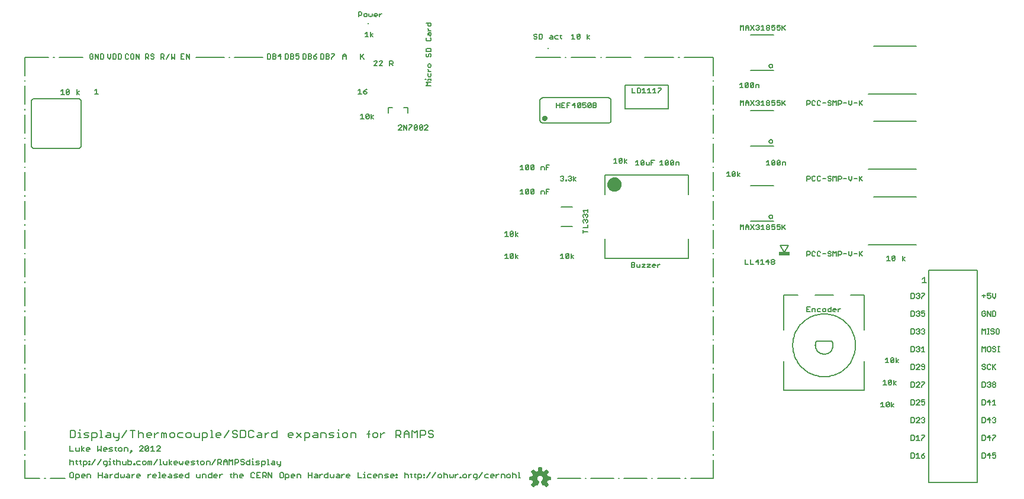
<source format=gto>
G75*
G70*
%OFA0B0*%
%FSLAX24Y24*%
%IPPOS*%
%LPD*%
%AMOC8*
5,1,8,0,0,1.08239X$1,22.5*
%
%ADD10C,0.0080*%
%ADD11C,0.0050*%
%ADD12C,0.0060*%
%ADD13C,0.0059*%
%ADD14C,0.0150*%
%ADD15R,0.0079X0.0079*%
%ADD16R,0.0620X0.0240*%
%ADD17C,0.0394*%
D10*
X001180Y005163D02*
X002010Y005163D01*
X002279Y005163D02*
X002331Y005163D01*
X002600Y005163D02*
X003430Y005163D01*
X001180Y005163D02*
X001180Y006195D01*
X001180Y006465D02*
X001180Y006516D01*
X001180Y006786D02*
X001180Y007818D01*
X001180Y008088D02*
X001180Y008139D01*
X001180Y008408D02*
X001180Y009441D01*
X001180Y009710D02*
X001180Y009761D01*
X001180Y010031D02*
X001180Y011063D01*
X001180Y011333D02*
X001180Y011384D01*
X001180Y011654D02*
X001180Y012686D01*
X001180Y012956D02*
X001180Y013007D01*
X001180Y013277D02*
X001180Y014309D01*
X001180Y014578D02*
X001180Y014629D01*
X001180Y014899D02*
X001180Y015931D01*
X001180Y016201D02*
X001180Y016252D01*
X001180Y016522D02*
X001180Y017554D01*
X001180Y017824D02*
X001180Y017875D01*
X001180Y018145D02*
X001180Y019177D01*
X001180Y019447D02*
X001180Y019498D01*
X001180Y019767D02*
X001180Y020799D01*
X001180Y021069D02*
X001180Y021120D01*
X001180Y021390D02*
X001180Y022422D01*
X001180Y022692D02*
X001180Y022743D01*
X001180Y023013D02*
X001180Y024045D01*
X001180Y024315D02*
X001180Y024366D01*
X001180Y024635D02*
X001180Y025668D01*
X001180Y025937D02*
X001180Y025988D01*
X001180Y026258D02*
X001180Y027290D01*
X001180Y027560D02*
X001180Y027611D01*
X001180Y027881D02*
X001180Y028913D01*
X002510Y028913D01*
X002779Y028913D02*
X002831Y028913D01*
X003100Y028913D02*
X004430Y028913D01*
X010805Y028913D02*
X012385Y028913D01*
X012654Y028913D02*
X012706Y028913D01*
X012975Y028913D02*
X014555Y028913D01*
X021629Y026064D02*
X021629Y025749D01*
X021629Y026064D02*
X021865Y026064D01*
X022495Y026064D02*
X022731Y026064D01*
X022731Y025749D01*
X029930Y028913D02*
X031328Y028913D01*
X031598Y028913D02*
X031649Y028913D01*
X031919Y028913D02*
X033316Y028913D01*
X033586Y028913D02*
X033637Y028913D01*
X033907Y028913D02*
X035305Y028913D01*
X036055Y028913D02*
X037697Y028913D01*
X037967Y028913D02*
X038018Y028913D01*
X038288Y028913D02*
X039930Y028913D01*
X039930Y027881D01*
X039930Y027611D02*
X039930Y027560D01*
X039930Y027290D02*
X039930Y026258D01*
X039930Y025988D02*
X039930Y025937D01*
X039930Y025668D02*
X039930Y024635D01*
X039930Y024366D02*
X039930Y024315D01*
X039930Y024045D02*
X039930Y023013D01*
X039930Y022743D02*
X039930Y022692D01*
X039930Y022422D02*
X039930Y021390D01*
X039930Y021120D02*
X039930Y021069D01*
X039930Y020799D02*
X039930Y019767D01*
X039930Y019498D02*
X039930Y019447D01*
X039930Y019177D02*
X039930Y018145D01*
X039930Y017875D02*
X039930Y017824D01*
X039930Y017554D02*
X039930Y016522D01*
X039930Y016252D02*
X039930Y016201D01*
X039930Y015931D02*
X039930Y014899D01*
X039930Y014629D02*
X039930Y014578D01*
X039930Y014309D02*
X039930Y013277D01*
X039930Y013007D02*
X039930Y012956D01*
X039930Y012686D02*
X039930Y011654D01*
X039930Y011384D02*
X039930Y011333D01*
X039930Y011063D02*
X039930Y010031D01*
X039930Y009761D02*
X039930Y009710D01*
X039930Y009441D02*
X039930Y008408D01*
X039930Y008139D02*
X039930Y008088D01*
X039930Y007818D02*
X039930Y006786D01*
X039930Y006516D02*
X039930Y006465D01*
X039930Y006195D02*
X039930Y005163D01*
X038652Y005163D01*
X038383Y005163D02*
X038332Y005163D01*
X038062Y005163D02*
X036784Y005163D01*
X036515Y005163D02*
X036464Y005163D01*
X036194Y005163D02*
X034916Y005163D01*
X034646Y005163D02*
X034595Y005163D01*
X034326Y005163D02*
X033048Y005163D01*
X032778Y005163D02*
X032727Y005163D01*
X032458Y005163D02*
X031180Y005163D01*
X024181Y007523D02*
X024111Y007453D01*
X023971Y007453D01*
X023901Y007523D01*
X023971Y007663D02*
X024111Y007663D01*
X024181Y007593D01*
X024181Y007523D01*
X023971Y007663D02*
X023901Y007733D01*
X023901Y007803D01*
X023971Y007873D01*
X024111Y007873D01*
X024181Y007803D01*
X023720Y007803D02*
X023720Y007663D01*
X023650Y007593D01*
X023440Y007593D01*
X023440Y007453D02*
X023440Y007873D01*
X023650Y007873D01*
X023720Y007803D01*
X023260Y007873D02*
X023260Y007453D01*
X022980Y007453D02*
X022980Y007873D01*
X023120Y007733D01*
X023260Y007873D01*
X022800Y007733D02*
X022800Y007453D01*
X022800Y007663D02*
X022519Y007663D01*
X022519Y007733D02*
X022659Y007873D01*
X022800Y007733D01*
X022519Y007733D02*
X022519Y007453D01*
X022339Y007453D02*
X022199Y007593D01*
X022269Y007593D02*
X022059Y007593D01*
X022059Y007453D02*
X022059Y007873D01*
X022269Y007873D01*
X022339Y007803D01*
X022339Y007663D01*
X022269Y007593D01*
X021425Y007733D02*
X021355Y007733D01*
X021215Y007593D01*
X021215Y007453D02*
X021215Y007733D01*
X021035Y007663D02*
X021035Y007523D01*
X020965Y007453D01*
X020825Y007453D01*
X020755Y007523D01*
X020755Y007663D01*
X020825Y007733D01*
X020965Y007733D01*
X021035Y007663D01*
X020588Y007663D02*
X020448Y007663D01*
X020518Y007803D02*
X020588Y007873D01*
X020518Y007803D02*
X020518Y007453D01*
X019807Y007453D02*
X019807Y007663D01*
X019737Y007733D01*
X019527Y007733D01*
X019527Y007453D01*
X019347Y007523D02*
X019347Y007663D01*
X019277Y007733D01*
X019136Y007733D01*
X019066Y007663D01*
X019066Y007523D01*
X019136Y007453D01*
X019277Y007453D01*
X019347Y007523D01*
X018900Y007453D02*
X018759Y007453D01*
X018830Y007453D02*
X018830Y007733D01*
X018759Y007733D01*
X018830Y007873D02*
X018830Y007943D01*
X018579Y007733D02*
X018369Y007733D01*
X018299Y007663D01*
X018369Y007593D01*
X018509Y007593D01*
X018579Y007523D01*
X018509Y007453D01*
X018299Y007453D01*
X018119Y007453D02*
X018119Y007663D01*
X018049Y007733D01*
X017839Y007733D01*
X017839Y007453D01*
X017659Y007453D02*
X017448Y007453D01*
X017378Y007523D01*
X017448Y007593D01*
X017659Y007593D01*
X017659Y007663D02*
X017659Y007453D01*
X017659Y007663D02*
X017588Y007733D01*
X017448Y007733D01*
X017198Y007663D02*
X017198Y007523D01*
X017128Y007453D01*
X016918Y007453D01*
X016918Y007313D02*
X016918Y007733D01*
X017128Y007733D01*
X017198Y007663D01*
X016738Y007733D02*
X016458Y007453D01*
X016277Y007593D02*
X016277Y007663D01*
X016207Y007733D01*
X016067Y007733D01*
X015997Y007663D01*
X015997Y007523D01*
X016067Y007453D01*
X016207Y007453D01*
X016277Y007593D02*
X015997Y007593D01*
X016458Y007733D02*
X016738Y007453D01*
X015357Y007453D02*
X015146Y007453D01*
X015076Y007523D01*
X015076Y007663D01*
X015146Y007733D01*
X015357Y007733D01*
X015357Y007873D02*
X015357Y007453D01*
X014903Y007733D02*
X014833Y007733D01*
X014693Y007593D01*
X014693Y007453D02*
X014693Y007733D01*
X014513Y007663D02*
X014513Y007453D01*
X014302Y007453D01*
X014232Y007523D01*
X014302Y007593D01*
X014513Y007593D01*
X014513Y007663D02*
X014442Y007733D01*
X014302Y007733D01*
X014052Y007803D02*
X013982Y007873D01*
X013842Y007873D01*
X013772Y007803D01*
X013772Y007523D01*
X013842Y007453D01*
X013982Y007453D01*
X014052Y007523D01*
X013592Y007523D02*
X013592Y007803D01*
X013522Y007873D01*
X013312Y007873D01*
X013312Y007453D01*
X013522Y007453D01*
X013592Y007523D01*
X013131Y007523D02*
X013061Y007453D01*
X012921Y007453D01*
X012851Y007523D01*
X012921Y007663D02*
X013061Y007663D01*
X013131Y007593D01*
X013131Y007523D01*
X012921Y007663D02*
X012851Y007733D01*
X012851Y007803D01*
X012921Y007873D01*
X013061Y007873D01*
X013131Y007803D01*
X012671Y007873D02*
X012391Y007453D01*
X012211Y007593D02*
X011930Y007593D01*
X011930Y007523D02*
X011930Y007663D01*
X012000Y007733D01*
X012141Y007733D01*
X012211Y007663D01*
X012211Y007593D01*
X012141Y007453D02*
X012000Y007453D01*
X011930Y007523D01*
X011764Y007453D02*
X011623Y007453D01*
X011693Y007453D02*
X011693Y007873D01*
X011623Y007873D01*
X011443Y007663D02*
X011443Y007523D01*
X011373Y007453D01*
X011163Y007453D01*
X011163Y007313D02*
X011163Y007733D01*
X011373Y007733D01*
X011443Y007663D01*
X010983Y007733D02*
X010983Y007453D01*
X010773Y007453D01*
X010703Y007523D01*
X010703Y007733D01*
X010522Y007663D02*
X010452Y007733D01*
X010312Y007733D01*
X010242Y007663D01*
X010242Y007523D01*
X010312Y007453D01*
X010452Y007453D01*
X010522Y007523D01*
X010522Y007663D01*
X010062Y007733D02*
X009852Y007733D01*
X009782Y007663D01*
X009782Y007523D01*
X009852Y007453D01*
X010062Y007453D01*
X009602Y007523D02*
X009602Y007663D01*
X009532Y007733D01*
X009391Y007733D01*
X009321Y007663D01*
X009321Y007523D01*
X009391Y007453D01*
X009532Y007453D01*
X009602Y007523D01*
X009141Y007453D02*
X009141Y007663D01*
X009071Y007733D01*
X009001Y007663D01*
X009001Y007453D01*
X008861Y007453D02*
X008861Y007733D01*
X008931Y007733D01*
X009001Y007663D01*
X008688Y007733D02*
X008618Y007733D01*
X008477Y007593D01*
X008477Y007453D02*
X008477Y007733D01*
X008297Y007663D02*
X008297Y007593D01*
X008017Y007593D01*
X008017Y007523D02*
X008017Y007663D01*
X008087Y007733D01*
X008227Y007733D01*
X008297Y007663D01*
X008227Y007453D02*
X008087Y007453D01*
X008017Y007523D01*
X007837Y007453D02*
X007837Y007663D01*
X007767Y007733D01*
X007627Y007733D01*
X007557Y007663D01*
X007557Y007873D02*
X007557Y007453D01*
X007236Y007453D02*
X007236Y007873D01*
X007096Y007873D02*
X007376Y007873D01*
X006916Y007873D02*
X006636Y007453D01*
X006456Y007453D02*
X006245Y007453D01*
X006175Y007523D01*
X006175Y007733D01*
X005995Y007663D02*
X005995Y007453D01*
X005785Y007453D01*
X005715Y007523D01*
X005785Y007593D01*
X005995Y007593D01*
X005995Y007663D02*
X005925Y007733D01*
X005785Y007733D01*
X005478Y007873D02*
X005478Y007453D01*
X005408Y007453D02*
X005548Y007453D01*
X005228Y007523D02*
X005228Y007663D01*
X005158Y007733D01*
X004948Y007733D01*
X004948Y007313D01*
X004948Y007453D02*
X005158Y007453D01*
X005228Y007523D01*
X005408Y007873D02*
X005478Y007873D01*
X006456Y007733D02*
X006456Y007383D01*
X006386Y007313D01*
X006316Y007313D01*
X004768Y007523D02*
X004698Y007593D01*
X004557Y007593D01*
X004487Y007663D01*
X004557Y007733D01*
X004768Y007733D01*
X004768Y007523D02*
X004698Y007453D01*
X004487Y007453D01*
X004321Y007453D02*
X004180Y007453D01*
X004250Y007453D02*
X004250Y007733D01*
X004180Y007733D01*
X004250Y007873D02*
X004250Y007943D01*
X004000Y007803D02*
X003930Y007873D01*
X003720Y007873D01*
X003720Y007453D01*
X003930Y007453D01*
X004000Y007523D01*
X004000Y007803D01*
X042030Y019663D02*
X043330Y019663D01*
X043080Y019913D02*
X043082Y019933D01*
X043088Y019951D01*
X043097Y019969D01*
X043109Y019984D01*
X043124Y019996D01*
X043142Y020005D01*
X043160Y020011D01*
X043180Y020013D01*
X043200Y020011D01*
X043218Y020005D01*
X043236Y019996D01*
X043251Y019984D01*
X043263Y019969D01*
X043272Y019951D01*
X043278Y019933D01*
X043280Y019913D01*
X043278Y019893D01*
X043272Y019875D01*
X043263Y019857D01*
X043251Y019842D01*
X043236Y019830D01*
X043218Y019821D01*
X043200Y019815D01*
X043180Y019813D01*
X043160Y019815D01*
X043142Y019821D01*
X043124Y019830D01*
X043109Y019842D01*
X043097Y019857D01*
X043088Y019875D01*
X043082Y019893D01*
X043080Y019913D01*
X043694Y018285D02*
X044166Y018285D01*
X043930Y017891D01*
X043694Y018285D01*
X043916Y015498D02*
X043916Y013518D01*
X045747Y012909D02*
X046613Y012909D01*
X044412Y012663D02*
X044414Y012750D01*
X044421Y012836D01*
X044431Y012922D01*
X044446Y013008D01*
X044465Y013093D01*
X044488Y013176D01*
X044515Y013259D01*
X044547Y013340D01*
X044582Y013419D01*
X044621Y013496D01*
X044664Y013572D01*
X044710Y013645D01*
X044760Y013716D01*
X044813Y013785D01*
X044870Y013850D01*
X044930Y013913D01*
X044993Y013973D01*
X045058Y014030D01*
X045127Y014083D01*
X045198Y014133D01*
X045271Y014179D01*
X045347Y014222D01*
X045424Y014261D01*
X045503Y014296D01*
X045584Y014328D01*
X045667Y014355D01*
X045750Y014378D01*
X045835Y014397D01*
X045921Y014412D01*
X046007Y014422D01*
X046093Y014429D01*
X046180Y014431D01*
X046267Y014429D01*
X046353Y014422D01*
X046439Y014412D01*
X046525Y014397D01*
X046610Y014378D01*
X046693Y014355D01*
X046776Y014328D01*
X046857Y014296D01*
X046936Y014261D01*
X047013Y014222D01*
X047089Y014179D01*
X047162Y014133D01*
X047233Y014083D01*
X047302Y014030D01*
X047367Y013973D01*
X047430Y013913D01*
X047490Y013850D01*
X047547Y013785D01*
X047600Y013716D01*
X047650Y013645D01*
X047696Y013572D01*
X047739Y013496D01*
X047778Y013419D01*
X047813Y013340D01*
X047845Y013259D01*
X047872Y013176D01*
X047895Y013093D01*
X047914Y013008D01*
X047929Y012922D01*
X047939Y012836D01*
X047946Y012750D01*
X047948Y012663D01*
X047946Y012576D01*
X047939Y012490D01*
X047929Y012404D01*
X047914Y012318D01*
X047895Y012233D01*
X047872Y012150D01*
X047845Y012067D01*
X047813Y011986D01*
X047778Y011907D01*
X047739Y011830D01*
X047696Y011754D01*
X047650Y011681D01*
X047600Y011610D01*
X047547Y011541D01*
X047490Y011476D01*
X047430Y011413D01*
X047367Y011353D01*
X047302Y011296D01*
X047233Y011243D01*
X047162Y011193D01*
X047089Y011147D01*
X047013Y011104D01*
X046936Y011065D01*
X046857Y011030D01*
X046776Y010998D01*
X046693Y010971D01*
X046610Y010948D01*
X046525Y010929D01*
X046439Y010914D01*
X046353Y010904D01*
X046267Y010897D01*
X046180Y010895D01*
X046093Y010897D01*
X046007Y010904D01*
X045921Y010914D01*
X045835Y010929D01*
X045750Y010948D01*
X045667Y010971D01*
X045584Y010998D01*
X045503Y011030D01*
X045424Y011065D01*
X045347Y011104D01*
X045271Y011147D01*
X045198Y011193D01*
X045127Y011243D01*
X045058Y011296D01*
X044993Y011353D01*
X044930Y011413D01*
X044870Y011476D01*
X044813Y011541D01*
X044760Y011610D01*
X044710Y011681D01*
X044664Y011754D01*
X044621Y011830D01*
X044582Y011907D01*
X044547Y011986D01*
X044515Y012067D01*
X044488Y012150D01*
X044465Y012233D01*
X044446Y012318D01*
X044431Y012404D01*
X044421Y012490D01*
X044414Y012576D01*
X044412Y012663D01*
X043916Y011748D02*
X043916Y010143D01*
X048444Y010143D01*
X048444Y011748D01*
X046613Y012909D02*
X046633Y012870D01*
X046649Y012830D01*
X046662Y012789D01*
X046671Y012747D01*
X046676Y012704D01*
X046678Y012660D01*
X046676Y012617D01*
X046670Y012574D01*
X046660Y012532D01*
X046647Y012491D01*
X046631Y012451D01*
X046610Y012413D01*
X046587Y012376D01*
X046561Y012342D01*
X046531Y012310D01*
X046499Y012281D01*
X046465Y012254D01*
X046428Y012231D01*
X046390Y012211D01*
X046350Y012195D01*
X046308Y012182D01*
X046266Y012173D01*
X046223Y012167D01*
X046180Y012165D01*
X046137Y012167D01*
X046094Y012173D01*
X046052Y012182D01*
X046010Y012195D01*
X045970Y012211D01*
X045932Y012231D01*
X045895Y012254D01*
X045861Y012281D01*
X045829Y012310D01*
X045799Y012342D01*
X045773Y012376D01*
X045750Y012413D01*
X045729Y012451D01*
X045713Y012491D01*
X045700Y012532D01*
X045690Y012574D01*
X045684Y012617D01*
X045682Y012660D01*
X045684Y012704D01*
X045689Y012747D01*
X045698Y012789D01*
X045711Y012830D01*
X045727Y012870D01*
X045747Y012909D01*
X048444Y013518D02*
X048444Y015498D01*
X047666Y015498D01*
X046694Y015498D02*
X045666Y015498D01*
X044694Y015498D02*
X043916Y015498D01*
X043330Y021663D02*
X042030Y021663D01*
X042030Y023913D02*
X043330Y023913D01*
X043080Y024163D02*
X043082Y024183D01*
X043088Y024201D01*
X043097Y024219D01*
X043109Y024234D01*
X043124Y024246D01*
X043142Y024255D01*
X043160Y024261D01*
X043180Y024263D01*
X043200Y024261D01*
X043218Y024255D01*
X043236Y024246D01*
X043251Y024234D01*
X043263Y024219D01*
X043272Y024201D01*
X043278Y024183D01*
X043280Y024163D01*
X043278Y024143D01*
X043272Y024125D01*
X043263Y024107D01*
X043251Y024092D01*
X043236Y024080D01*
X043218Y024071D01*
X043200Y024065D01*
X043180Y024063D01*
X043160Y024065D01*
X043142Y024071D01*
X043124Y024080D01*
X043109Y024092D01*
X043097Y024107D01*
X043088Y024125D01*
X043082Y024143D01*
X043080Y024163D01*
X043330Y025913D02*
X042030Y025913D01*
X042030Y028163D02*
X043330Y028163D01*
X043080Y028413D02*
X043082Y028433D01*
X043088Y028451D01*
X043097Y028469D01*
X043109Y028484D01*
X043124Y028496D01*
X043142Y028505D01*
X043160Y028511D01*
X043180Y028513D01*
X043200Y028511D01*
X043218Y028505D01*
X043236Y028496D01*
X043251Y028484D01*
X043263Y028469D01*
X043272Y028451D01*
X043278Y028433D01*
X043280Y028413D01*
X043278Y028393D01*
X043272Y028375D01*
X043263Y028357D01*
X043251Y028342D01*
X043236Y028330D01*
X043218Y028321D01*
X043200Y028315D01*
X043180Y028313D01*
X043160Y028315D01*
X043142Y028321D01*
X043124Y028330D01*
X043109Y028342D01*
X043097Y028357D01*
X043088Y028375D01*
X043082Y028393D01*
X043080Y028413D01*
X043330Y030163D02*
X042030Y030163D01*
D11*
X042044Y030438D02*
X042224Y030708D01*
X042339Y030663D02*
X042384Y030708D01*
X042474Y030708D01*
X042519Y030663D01*
X042519Y030618D01*
X042474Y030573D01*
X042519Y030528D01*
X042519Y030483D01*
X042474Y030438D01*
X042384Y030438D01*
X042339Y030483D01*
X042224Y030438D02*
X042044Y030708D01*
X041930Y030618D02*
X041930Y030438D01*
X041930Y030573D02*
X041750Y030573D01*
X041750Y030618D02*
X041840Y030708D01*
X041930Y030618D01*
X041750Y030618D02*
X041750Y030438D01*
X041635Y030438D02*
X041635Y030708D01*
X041545Y030618D01*
X041455Y030708D01*
X041455Y030438D01*
X042429Y030573D02*
X042474Y030573D01*
X042634Y030618D02*
X042724Y030708D01*
X042724Y030438D01*
X042634Y030438D02*
X042814Y030438D01*
X042928Y030483D02*
X042973Y030438D01*
X043063Y030438D01*
X043108Y030483D01*
X043108Y030528D01*
X043063Y030573D01*
X042973Y030573D01*
X042928Y030618D01*
X042928Y030663D01*
X042973Y030708D01*
X043063Y030708D01*
X043108Y030663D01*
X043108Y030618D01*
X043063Y030573D01*
X042973Y030573D02*
X042928Y030528D01*
X042928Y030483D01*
X043223Y030483D02*
X043268Y030438D01*
X043358Y030438D01*
X043403Y030483D01*
X043403Y030573D01*
X043358Y030618D01*
X043313Y030618D01*
X043223Y030573D01*
X043223Y030708D01*
X043403Y030708D01*
X043518Y030708D02*
X043518Y030573D01*
X043608Y030618D01*
X043653Y030618D01*
X043698Y030573D01*
X043698Y030483D01*
X043653Y030438D01*
X043563Y030438D01*
X043518Y030483D01*
X043518Y030708D02*
X043698Y030708D01*
X043812Y030708D02*
X043812Y030438D01*
X043812Y030528D02*
X043992Y030708D01*
X043857Y030573D02*
X043992Y030438D01*
X048980Y029533D02*
X051380Y029533D01*
X051380Y026833D02*
X048680Y026833D01*
X048332Y026458D02*
X048152Y026278D01*
X048197Y026323D02*
X048332Y026188D01*
X048152Y026188D02*
X048152Y026458D01*
X048037Y026323D02*
X047857Y026323D01*
X047742Y026278D02*
X047742Y026458D01*
X047562Y026458D02*
X047562Y026278D01*
X047652Y026188D01*
X047742Y026278D01*
X047448Y026323D02*
X047268Y026323D01*
X047153Y026323D02*
X047108Y026278D01*
X046973Y026278D01*
X046973Y026188D02*
X046973Y026458D01*
X047108Y026458D01*
X047153Y026413D01*
X047153Y026323D01*
X046858Y026458D02*
X046858Y026188D01*
X046678Y026188D02*
X046678Y026458D01*
X046768Y026368D01*
X046858Y026458D01*
X046564Y026413D02*
X046519Y026458D01*
X046429Y026458D01*
X046384Y026413D01*
X046384Y026368D01*
X046429Y026323D01*
X046519Y026323D01*
X046564Y026278D01*
X046564Y026233D01*
X046519Y026188D01*
X046429Y026188D01*
X046384Y026233D01*
X046269Y026323D02*
X046089Y026323D01*
X045974Y026233D02*
X045929Y026188D01*
X045839Y026188D01*
X045794Y026233D01*
X045794Y026413D01*
X045839Y026458D01*
X045929Y026458D01*
X045974Y026413D01*
X045680Y026413D02*
X045635Y026458D01*
X045545Y026458D01*
X045500Y026413D01*
X045500Y026233D01*
X045545Y026188D01*
X045635Y026188D01*
X045680Y026233D01*
X045385Y026323D02*
X045340Y026278D01*
X045205Y026278D01*
X045205Y026188D02*
X045205Y026458D01*
X045340Y026458D01*
X045385Y026413D01*
X045385Y026323D01*
X043992Y026188D02*
X043857Y026323D01*
X043812Y026278D02*
X043992Y026458D01*
X043812Y026458D02*
X043812Y026188D01*
X043698Y026233D02*
X043653Y026188D01*
X043563Y026188D01*
X043518Y026233D01*
X043518Y026323D02*
X043608Y026368D01*
X043653Y026368D01*
X043698Y026323D01*
X043698Y026233D01*
X043518Y026323D02*
X043518Y026458D01*
X043698Y026458D01*
X043403Y026458D02*
X043223Y026458D01*
X043223Y026323D01*
X043313Y026368D01*
X043358Y026368D01*
X043403Y026323D01*
X043403Y026233D01*
X043358Y026188D01*
X043268Y026188D01*
X043223Y026233D01*
X043108Y026233D02*
X043063Y026188D01*
X042973Y026188D01*
X042928Y026233D01*
X042928Y026278D01*
X042973Y026323D01*
X043063Y026323D01*
X043108Y026278D01*
X043108Y026233D01*
X043063Y026323D02*
X043108Y026368D01*
X043108Y026413D01*
X043063Y026458D01*
X042973Y026458D01*
X042928Y026413D01*
X042928Y026368D01*
X042973Y026323D01*
X042814Y026188D02*
X042634Y026188D01*
X042724Y026188D02*
X042724Y026458D01*
X042634Y026368D01*
X042519Y026368D02*
X042474Y026323D01*
X042519Y026278D01*
X042519Y026233D01*
X042474Y026188D01*
X042384Y026188D01*
X042339Y026233D01*
X042224Y026188D02*
X042044Y026458D01*
X041930Y026368D02*
X041930Y026188D01*
X042044Y026188D02*
X042224Y026458D01*
X042339Y026413D02*
X042384Y026458D01*
X042474Y026458D01*
X042519Y026413D01*
X042519Y026368D01*
X042474Y026323D02*
X042429Y026323D01*
X041930Y026323D02*
X041750Y026323D01*
X041750Y026368D02*
X041840Y026458D01*
X041930Y026368D01*
X041750Y026368D02*
X041750Y026188D01*
X041635Y026188D02*
X041635Y026458D01*
X041545Y026368D01*
X041455Y026458D01*
X041455Y026188D01*
X041436Y027190D02*
X041616Y027190D01*
X041526Y027190D02*
X041526Y027460D01*
X041436Y027370D01*
X041731Y027415D02*
X041776Y027460D01*
X041866Y027460D01*
X041911Y027415D01*
X041731Y027235D01*
X041776Y027190D01*
X041866Y027190D01*
X041911Y027235D01*
X041911Y027415D01*
X042026Y027415D02*
X042071Y027460D01*
X042161Y027460D01*
X042206Y027415D01*
X042026Y027235D01*
X042071Y027190D01*
X042161Y027190D01*
X042206Y027235D01*
X042206Y027415D01*
X042320Y027370D02*
X042455Y027370D01*
X042500Y027325D01*
X042500Y027190D01*
X042320Y027190D02*
X042320Y027370D01*
X042026Y027415D02*
X042026Y027235D01*
X041731Y027235D02*
X041731Y027415D01*
X037008Y027158D02*
X037008Y027113D01*
X036828Y026933D01*
X036828Y026888D01*
X036714Y026888D02*
X036534Y026888D01*
X036624Y026888D02*
X036624Y027158D01*
X036534Y027068D01*
X036419Y026888D02*
X036239Y026888D01*
X036329Y026888D02*
X036329Y027158D01*
X036239Y027068D01*
X036124Y026888D02*
X035944Y026888D01*
X036034Y026888D02*
X036034Y027158D01*
X035944Y027068D01*
X035830Y027113D02*
X035785Y027158D01*
X035650Y027158D01*
X035650Y026888D01*
X035785Y026888D01*
X035830Y026933D01*
X035830Y027113D01*
X035535Y026888D02*
X035355Y026888D01*
X035355Y027158D01*
X036828Y027158D02*
X037008Y027158D01*
X033348Y026288D02*
X033348Y026243D01*
X033303Y026198D01*
X033168Y026198D01*
X033303Y026198D02*
X033348Y026153D01*
X033348Y026108D01*
X033303Y026063D01*
X033168Y026063D01*
X033168Y026333D01*
X033303Y026333D01*
X033348Y026288D01*
X033053Y026288D02*
X032873Y026108D01*
X032918Y026063D01*
X033008Y026063D01*
X033053Y026108D01*
X033053Y026288D01*
X033008Y026333D01*
X032918Y026333D01*
X032873Y026288D01*
X032873Y026108D01*
X032758Y026108D02*
X032713Y026063D01*
X032623Y026063D01*
X032578Y026108D01*
X032578Y026198D02*
X032668Y026243D01*
X032713Y026243D01*
X032758Y026198D01*
X032758Y026108D01*
X032578Y026198D02*
X032578Y026333D01*
X032758Y026333D01*
X032464Y026288D02*
X032284Y026108D01*
X032329Y026063D01*
X032419Y026063D01*
X032464Y026108D01*
X032464Y026288D01*
X032419Y026333D01*
X032329Y026333D01*
X032284Y026288D01*
X032284Y026108D01*
X032169Y026198D02*
X031989Y026198D01*
X032124Y026333D01*
X032124Y026063D01*
X031784Y026198D02*
X031694Y026198D01*
X031694Y026063D02*
X031694Y026333D01*
X031874Y026333D01*
X031580Y026333D02*
X031400Y026333D01*
X031400Y026063D01*
X031580Y026063D01*
X031490Y026198D02*
X031400Y026198D01*
X031285Y026198D02*
X031105Y026198D01*
X031105Y026063D02*
X031105Y026333D01*
X031285Y026333D02*
X031285Y026063D01*
X034330Y023118D02*
X034420Y023208D01*
X034420Y022938D01*
X034330Y022938D02*
X034510Y022938D01*
X034625Y022983D02*
X034805Y023163D01*
X034805Y022983D01*
X034760Y022938D01*
X034670Y022938D01*
X034625Y022983D01*
X034625Y023163D01*
X034670Y023208D01*
X034760Y023208D01*
X034805Y023163D01*
X034919Y023208D02*
X034919Y022938D01*
X034919Y023028D02*
X035054Y023118D01*
X034919Y023028D02*
X035054Y022938D01*
X035561Y022995D02*
X035651Y023085D01*
X035651Y022815D01*
X035561Y022815D02*
X035741Y022815D01*
X035856Y022860D02*
X036036Y023040D01*
X036036Y022860D01*
X035991Y022815D01*
X035901Y022815D01*
X035856Y022860D01*
X035856Y023040D01*
X035901Y023085D01*
X035991Y023085D01*
X036036Y023040D01*
X036151Y022995D02*
X036151Y022860D01*
X036196Y022815D01*
X036331Y022815D01*
X036331Y022995D01*
X036445Y022950D02*
X036535Y022950D01*
X036445Y022815D02*
X036445Y023085D01*
X036625Y023085D01*
X036936Y022995D02*
X037026Y023085D01*
X037026Y022815D01*
X036936Y022815D02*
X037116Y022815D01*
X037231Y022860D02*
X037276Y022815D01*
X037366Y022815D01*
X037411Y022860D01*
X037411Y023040D01*
X037231Y022860D01*
X037231Y023040D01*
X037276Y023085D01*
X037366Y023085D01*
X037411Y023040D01*
X037526Y023040D02*
X037571Y023085D01*
X037661Y023085D01*
X037706Y023040D01*
X037526Y022860D01*
X037571Y022815D01*
X037661Y022815D01*
X037706Y022860D01*
X037706Y023040D01*
X037820Y022995D02*
X037955Y022995D01*
X038000Y022950D01*
X038000Y022815D01*
X037820Y022815D02*
X037820Y022995D01*
X037526Y023040D02*
X037526Y022860D01*
X038542Y022275D02*
X038542Y021176D01*
X038542Y022275D02*
X033818Y022275D01*
X033818Y021176D01*
X032855Y020347D02*
X032855Y020167D01*
X032855Y020257D02*
X032585Y020257D01*
X032675Y020167D01*
X032675Y020052D02*
X032720Y020007D01*
X032765Y020052D01*
X032810Y020052D01*
X032855Y020007D01*
X032855Y019917D01*
X032810Y019872D01*
X032810Y019757D02*
X032855Y019712D01*
X032855Y019622D01*
X032810Y019577D01*
X032855Y019463D02*
X032855Y019283D01*
X032585Y019283D01*
X032585Y019168D02*
X032585Y018988D01*
X032585Y019078D02*
X032855Y019078D01*
X033818Y018650D02*
X033818Y017551D01*
X038542Y017551D01*
X038542Y018650D01*
X036938Y017243D02*
X036893Y017243D01*
X036803Y017153D01*
X036803Y017063D02*
X036803Y017243D01*
X036689Y017198D02*
X036644Y017243D01*
X036554Y017243D01*
X036509Y017198D01*
X036509Y017108D01*
X036554Y017063D01*
X036644Y017063D01*
X036689Y017153D02*
X036509Y017153D01*
X036394Y017063D02*
X036214Y017063D01*
X036394Y017243D01*
X036214Y017243D01*
X036099Y017243D02*
X035919Y017063D01*
X036099Y017063D01*
X036099Y017243D02*
X035919Y017243D01*
X035805Y017243D02*
X035805Y017063D01*
X035670Y017063D01*
X035625Y017108D01*
X035625Y017243D01*
X035510Y017243D02*
X035465Y017198D01*
X035330Y017198D01*
X035330Y017063D02*
X035465Y017063D01*
X035510Y017108D01*
X035510Y017153D01*
X035465Y017198D01*
X035510Y017243D02*
X035510Y017288D01*
X035465Y017333D01*
X035330Y017333D01*
X035330Y017063D01*
X036689Y017153D02*
X036689Y017198D01*
X032810Y019757D02*
X032765Y019757D01*
X032720Y019712D01*
X032720Y019667D01*
X032720Y019712D02*
X032675Y019757D01*
X032630Y019757D01*
X032585Y019712D01*
X032585Y019622D01*
X032630Y019577D01*
X032630Y019872D02*
X032585Y019917D01*
X032585Y020007D01*
X032630Y020052D01*
X032675Y020052D01*
X032720Y020007D02*
X032720Y019962D01*
X030625Y021325D02*
X030535Y021325D01*
X030420Y021325D02*
X030420Y021190D01*
X030535Y021190D02*
X030535Y021460D01*
X030715Y021460D01*
X030420Y021325D02*
X030375Y021370D01*
X030240Y021370D01*
X030240Y021190D01*
X029831Y021235D02*
X029786Y021190D01*
X029696Y021190D01*
X029651Y021235D01*
X029831Y021415D01*
X029831Y021235D01*
X029831Y021415D02*
X029786Y021460D01*
X029696Y021460D01*
X029651Y021415D01*
X029651Y021235D01*
X029536Y021235D02*
X029491Y021190D01*
X029401Y021190D01*
X029356Y021235D01*
X029536Y021415D01*
X029536Y021235D01*
X029356Y021235D02*
X029356Y021415D01*
X029401Y021460D01*
X029491Y021460D01*
X029536Y021415D01*
X029241Y021190D02*
X029061Y021190D01*
X029151Y021190D02*
X029151Y021460D01*
X029061Y021370D01*
X029061Y022565D02*
X029241Y022565D01*
X029151Y022565D02*
X029151Y022835D01*
X029061Y022745D01*
X029356Y022790D02*
X029401Y022835D01*
X029491Y022835D01*
X029536Y022790D01*
X029356Y022610D01*
X029401Y022565D01*
X029491Y022565D01*
X029536Y022610D01*
X029536Y022790D01*
X029651Y022790D02*
X029696Y022835D01*
X029786Y022835D01*
X029831Y022790D01*
X029651Y022610D01*
X029696Y022565D01*
X029786Y022565D01*
X029831Y022610D01*
X029831Y022790D01*
X029651Y022790D02*
X029651Y022610D01*
X029356Y022610D02*
X029356Y022790D01*
X030240Y022745D02*
X030375Y022745D01*
X030420Y022700D01*
X030420Y022565D01*
X030535Y022565D02*
X030535Y022835D01*
X030715Y022835D01*
X030625Y022700D02*
X030535Y022700D01*
X030240Y022745D02*
X030240Y022565D01*
X031330Y022163D02*
X031375Y022208D01*
X031465Y022208D01*
X031510Y022163D01*
X031510Y022118D01*
X031465Y022073D01*
X031510Y022028D01*
X031510Y021983D01*
X031465Y021938D01*
X031375Y021938D01*
X031330Y021983D01*
X031420Y022073D02*
X031465Y022073D01*
X031625Y021983D02*
X031670Y021983D01*
X031670Y021938D01*
X031625Y021938D01*
X031625Y021983D01*
X031772Y021983D02*
X031817Y021938D01*
X031907Y021938D01*
X031952Y021983D01*
X031952Y022028D01*
X031907Y022073D01*
X031862Y022073D01*
X031907Y022073D02*
X031952Y022118D01*
X031952Y022163D01*
X031907Y022208D01*
X031817Y022208D01*
X031772Y022163D01*
X032067Y022208D02*
X032067Y021938D01*
X032067Y022028D02*
X032202Y022118D01*
X032067Y022028D02*
X032202Y021938D01*
X028929Y018993D02*
X028794Y018903D01*
X028929Y018813D01*
X028794Y018813D02*
X028794Y019083D01*
X028680Y019038D02*
X028500Y018858D01*
X028545Y018813D01*
X028635Y018813D01*
X028680Y018858D01*
X028680Y019038D01*
X028635Y019083D01*
X028545Y019083D01*
X028500Y019038D01*
X028500Y018858D01*
X028385Y018813D02*
X028205Y018813D01*
X028295Y018813D02*
X028295Y019083D01*
X028205Y018993D01*
X028295Y017833D02*
X028295Y017563D01*
X028205Y017563D02*
X028385Y017563D01*
X028500Y017608D02*
X028680Y017788D01*
X028680Y017608D01*
X028635Y017563D01*
X028545Y017563D01*
X028500Y017608D01*
X028500Y017788D01*
X028545Y017833D01*
X028635Y017833D01*
X028680Y017788D01*
X028794Y017833D02*
X028794Y017563D01*
X028794Y017653D02*
X028929Y017743D01*
X028794Y017653D02*
X028929Y017563D01*
X028295Y017833D02*
X028205Y017743D01*
X031330Y017743D02*
X031420Y017833D01*
X031420Y017563D01*
X031330Y017563D02*
X031510Y017563D01*
X031625Y017608D02*
X031805Y017788D01*
X031805Y017608D01*
X031760Y017563D01*
X031670Y017563D01*
X031625Y017608D01*
X031625Y017788D01*
X031670Y017833D01*
X031760Y017833D01*
X031805Y017788D01*
X031919Y017833D02*
X031919Y017563D01*
X031919Y017653D02*
X032054Y017743D01*
X031919Y017653D02*
X032054Y017563D01*
X040705Y022188D02*
X040885Y022188D01*
X040795Y022188D02*
X040795Y022458D01*
X040705Y022368D01*
X041000Y022413D02*
X041045Y022458D01*
X041135Y022458D01*
X041180Y022413D01*
X041000Y022233D01*
X041045Y022188D01*
X041135Y022188D01*
X041180Y022233D01*
X041180Y022413D01*
X041294Y022458D02*
X041294Y022188D01*
X041294Y022278D02*
X041429Y022368D01*
X041294Y022278D02*
X041429Y022188D01*
X041000Y022233D02*
X041000Y022413D01*
X042936Y022815D02*
X043116Y022815D01*
X043026Y022815D02*
X043026Y023085D01*
X042936Y022995D01*
X043231Y023040D02*
X043276Y023085D01*
X043366Y023085D01*
X043411Y023040D01*
X043231Y022860D01*
X043276Y022815D01*
X043366Y022815D01*
X043411Y022860D01*
X043411Y023040D01*
X043526Y023040D02*
X043571Y023085D01*
X043661Y023085D01*
X043706Y023040D01*
X043526Y022860D01*
X043571Y022815D01*
X043661Y022815D01*
X043706Y022860D01*
X043706Y023040D01*
X043820Y022995D02*
X043955Y022995D01*
X044000Y022950D01*
X044000Y022815D01*
X043820Y022815D02*
X043820Y022995D01*
X043526Y023040D02*
X043526Y022860D01*
X043231Y022860D02*
X043231Y023040D01*
X045205Y022208D02*
X045205Y021938D01*
X045205Y022028D02*
X045340Y022028D01*
X045385Y022073D01*
X045385Y022163D01*
X045340Y022208D01*
X045205Y022208D01*
X045500Y022163D02*
X045500Y021983D01*
X045545Y021938D01*
X045635Y021938D01*
X045680Y021983D01*
X045794Y021983D02*
X045839Y021938D01*
X045929Y021938D01*
X045974Y021983D01*
X046089Y022073D02*
X046269Y022073D01*
X046384Y022118D02*
X046429Y022073D01*
X046519Y022073D01*
X046564Y022028D01*
X046564Y021983D01*
X046519Y021938D01*
X046429Y021938D01*
X046384Y021983D01*
X046384Y022118D02*
X046384Y022163D01*
X046429Y022208D01*
X046519Y022208D01*
X046564Y022163D01*
X046678Y022208D02*
X046768Y022118D01*
X046858Y022208D01*
X046858Y021938D01*
X046973Y021938D02*
X046973Y022208D01*
X047108Y022208D01*
X047153Y022163D01*
X047153Y022073D01*
X047108Y022028D01*
X046973Y022028D01*
X047268Y022073D02*
X047448Y022073D01*
X047562Y022028D02*
X047652Y021938D01*
X047742Y022028D01*
X047742Y022208D01*
X047857Y022073D02*
X048037Y022073D01*
X048152Y022028D02*
X048332Y022208D01*
X048152Y022208D02*
X048152Y021938D01*
X048197Y022073D02*
X048332Y021938D01*
X047562Y022028D02*
X047562Y022208D01*
X046678Y022208D02*
X046678Y021938D01*
X045974Y022163D02*
X045929Y022208D01*
X045839Y022208D01*
X045794Y022163D01*
X045794Y021983D01*
X045680Y022163D02*
X045635Y022208D01*
X045545Y022208D01*
X045500Y022163D01*
X048680Y022583D02*
X051380Y022583D01*
X051380Y021033D02*
X048980Y021033D01*
X048680Y018333D02*
X051380Y018333D01*
X050724Y017618D02*
X050589Y017528D01*
X050724Y017438D01*
X050589Y017438D02*
X050589Y017708D01*
X050180Y017663D02*
X050000Y017483D01*
X050045Y017438D01*
X050135Y017438D01*
X050180Y017483D01*
X050180Y017663D01*
X050135Y017708D01*
X050045Y017708D01*
X050000Y017663D01*
X050000Y017483D01*
X049885Y017438D02*
X049705Y017438D01*
X049795Y017438D02*
X049795Y017708D01*
X049705Y017618D01*
X048332Y017688D02*
X048197Y017823D01*
X048152Y017778D02*
X048332Y017958D01*
X048152Y017958D02*
X048152Y017688D01*
X048037Y017823D02*
X047857Y017823D01*
X047742Y017778D02*
X047742Y017958D01*
X047562Y017958D02*
X047562Y017778D01*
X047652Y017688D01*
X047742Y017778D01*
X047448Y017823D02*
X047268Y017823D01*
X047153Y017823D02*
X047153Y017913D01*
X047108Y017958D01*
X046973Y017958D01*
X046973Y017688D01*
X046973Y017778D02*
X047108Y017778D01*
X047153Y017823D01*
X046858Y017958D02*
X046858Y017688D01*
X046678Y017688D02*
X046678Y017958D01*
X046768Y017868D01*
X046858Y017958D01*
X046564Y017913D02*
X046519Y017958D01*
X046429Y017958D01*
X046384Y017913D01*
X046384Y017868D01*
X046429Y017823D01*
X046519Y017823D01*
X046564Y017778D01*
X046564Y017733D01*
X046519Y017688D01*
X046429Y017688D01*
X046384Y017733D01*
X046269Y017823D02*
X046089Y017823D01*
X045974Y017733D02*
X045929Y017688D01*
X045839Y017688D01*
X045794Y017733D01*
X045794Y017913D01*
X045839Y017958D01*
X045929Y017958D01*
X045974Y017913D01*
X045680Y017913D02*
X045635Y017958D01*
X045545Y017958D01*
X045500Y017913D01*
X045500Y017733D01*
X045545Y017688D01*
X045635Y017688D01*
X045680Y017733D01*
X045385Y017823D02*
X045385Y017913D01*
X045340Y017958D01*
X045205Y017958D01*
X045205Y017688D01*
X045205Y017778D02*
X045340Y017778D01*
X045385Y017823D01*
X043383Y017463D02*
X043383Y017418D01*
X043338Y017373D01*
X043248Y017373D01*
X043203Y017418D01*
X043203Y017463D01*
X043248Y017508D01*
X043338Y017508D01*
X043383Y017463D01*
X043338Y017373D02*
X043383Y017328D01*
X043383Y017283D01*
X043338Y017238D01*
X043248Y017238D01*
X043203Y017283D01*
X043203Y017328D01*
X043248Y017373D01*
X043089Y017373D02*
X042909Y017373D01*
X043044Y017508D01*
X043044Y017238D01*
X042794Y017238D02*
X042614Y017238D01*
X042704Y017238D02*
X042704Y017508D01*
X042614Y017418D01*
X042499Y017373D02*
X042319Y017373D01*
X042454Y017508D01*
X042454Y017238D01*
X042205Y017238D02*
X042025Y017238D01*
X042025Y017508D01*
X041910Y017238D02*
X041730Y017238D01*
X041730Y017508D01*
X041750Y019188D02*
X041750Y019368D01*
X041840Y019458D01*
X041930Y019368D01*
X041930Y019188D01*
X042044Y019188D02*
X042224Y019458D01*
X042339Y019413D02*
X042384Y019458D01*
X042474Y019458D01*
X042519Y019413D01*
X042519Y019368D01*
X042474Y019323D01*
X042519Y019278D01*
X042519Y019233D01*
X042474Y019188D01*
X042384Y019188D01*
X042339Y019233D01*
X042224Y019188D02*
X042044Y019458D01*
X041930Y019323D02*
X041750Y019323D01*
X041635Y019458D02*
X041635Y019188D01*
X041455Y019188D02*
X041455Y019458D01*
X041545Y019368D01*
X041635Y019458D01*
X042429Y019323D02*
X042474Y019323D01*
X042634Y019368D02*
X042724Y019458D01*
X042724Y019188D01*
X042634Y019188D02*
X042814Y019188D01*
X042928Y019233D02*
X042973Y019188D01*
X043063Y019188D01*
X043108Y019233D01*
X043108Y019278D01*
X043063Y019323D01*
X042973Y019323D01*
X042928Y019368D01*
X042928Y019413D01*
X042973Y019458D01*
X043063Y019458D01*
X043108Y019413D01*
X043108Y019368D01*
X043063Y019323D01*
X042973Y019323D02*
X042928Y019278D01*
X042928Y019233D01*
X043223Y019233D02*
X043268Y019188D01*
X043358Y019188D01*
X043403Y019233D01*
X043403Y019323D01*
X043358Y019368D01*
X043313Y019368D01*
X043223Y019323D01*
X043223Y019458D01*
X043403Y019458D01*
X043518Y019458D02*
X043518Y019323D01*
X043608Y019368D01*
X043653Y019368D01*
X043698Y019323D01*
X043698Y019233D01*
X043653Y019188D01*
X043563Y019188D01*
X043518Y019233D01*
X043518Y019458D02*
X043698Y019458D01*
X043812Y019458D02*
X043812Y019188D01*
X043812Y019278D02*
X043992Y019458D01*
X043857Y019323D02*
X043992Y019188D01*
X051080Y015583D02*
X051080Y015313D01*
X051215Y015313D01*
X051260Y015358D01*
X051260Y015538D01*
X051215Y015583D01*
X051080Y015583D01*
X051375Y015538D02*
X051420Y015583D01*
X051510Y015583D01*
X051555Y015538D01*
X051555Y015493D01*
X051510Y015448D01*
X051555Y015403D01*
X051555Y015358D01*
X051510Y015313D01*
X051420Y015313D01*
X051375Y015358D01*
X051465Y015448D02*
X051510Y015448D01*
X051669Y015358D02*
X051669Y015313D01*
X051669Y015358D02*
X051849Y015538D01*
X051849Y015583D01*
X051669Y015583D01*
X051669Y014583D02*
X051669Y014448D01*
X051759Y014493D01*
X051804Y014493D01*
X051849Y014448D01*
X051849Y014358D01*
X051804Y014313D01*
X051714Y014313D01*
X051669Y014358D01*
X051555Y014358D02*
X051510Y014313D01*
X051420Y014313D01*
X051375Y014358D01*
X051260Y014358D02*
X051260Y014538D01*
X051215Y014583D01*
X051080Y014583D01*
X051080Y014313D01*
X051215Y014313D01*
X051260Y014358D01*
X051375Y014538D02*
X051420Y014583D01*
X051510Y014583D01*
X051555Y014538D01*
X051555Y014493D01*
X051510Y014448D01*
X051555Y014403D01*
X051555Y014358D01*
X051510Y014448D02*
X051465Y014448D01*
X051669Y014583D02*
X051849Y014583D01*
X051804Y013583D02*
X051849Y013538D01*
X051849Y013493D01*
X051804Y013448D01*
X051849Y013403D01*
X051849Y013358D01*
X051804Y013313D01*
X051714Y013313D01*
X051669Y013358D01*
X051555Y013358D02*
X051510Y013313D01*
X051420Y013313D01*
X051375Y013358D01*
X051260Y013358D02*
X051260Y013538D01*
X051215Y013583D01*
X051080Y013583D01*
X051080Y013313D01*
X051215Y013313D01*
X051260Y013358D01*
X051375Y013538D02*
X051420Y013583D01*
X051510Y013583D01*
X051555Y013538D01*
X051555Y013493D01*
X051510Y013448D01*
X051555Y013403D01*
X051555Y013358D01*
X051510Y013448D02*
X051465Y013448D01*
X051669Y013538D02*
X051714Y013583D01*
X051804Y013583D01*
X051804Y013448D02*
X051759Y013448D01*
X051759Y012583D02*
X051759Y012313D01*
X051669Y012313D02*
X051849Y012313D01*
X051669Y012493D02*
X051759Y012583D01*
X051555Y012538D02*
X051510Y012583D01*
X051420Y012583D01*
X051375Y012538D01*
X051260Y012538D02*
X051215Y012583D01*
X051080Y012583D01*
X051080Y012313D01*
X051215Y012313D01*
X051260Y012358D01*
X051260Y012538D01*
X051375Y012358D02*
X051420Y012313D01*
X051510Y012313D01*
X051555Y012358D01*
X051555Y012403D01*
X051510Y012448D01*
X051465Y012448D01*
X051510Y012448D02*
X051555Y012493D01*
X051555Y012538D01*
X051510Y011583D02*
X051420Y011583D01*
X051375Y011538D01*
X051260Y011538D02*
X051215Y011583D01*
X051080Y011583D01*
X051080Y011313D01*
X051215Y011313D01*
X051260Y011358D01*
X051260Y011538D01*
X051375Y011313D02*
X051555Y011493D01*
X051555Y011538D01*
X051510Y011583D01*
X051669Y011538D02*
X051714Y011583D01*
X051804Y011583D01*
X051849Y011538D01*
X051849Y011358D01*
X051804Y011313D01*
X051714Y011313D01*
X051669Y011358D01*
X051714Y011448D02*
X051849Y011448D01*
X051714Y011448D02*
X051669Y011493D01*
X051669Y011538D01*
X051555Y011313D02*
X051375Y011313D01*
X050354Y011688D02*
X050219Y011778D01*
X050354Y011868D01*
X050219Y011958D02*
X050219Y011688D01*
X050105Y011733D02*
X050060Y011688D01*
X049970Y011688D01*
X049925Y011733D01*
X050105Y011913D01*
X050105Y011733D01*
X050105Y011913D02*
X050060Y011958D01*
X049970Y011958D01*
X049925Y011913D01*
X049925Y011733D01*
X049810Y011688D02*
X049630Y011688D01*
X049720Y011688D02*
X049720Y011958D01*
X049630Y011868D01*
X049595Y010708D02*
X049595Y010438D01*
X049505Y010438D02*
X049685Y010438D01*
X049800Y010483D02*
X049980Y010663D01*
X049980Y010483D01*
X049935Y010438D01*
X049845Y010438D01*
X049800Y010483D01*
X049800Y010663D01*
X049845Y010708D01*
X049935Y010708D01*
X049980Y010663D01*
X050094Y010708D02*
X050094Y010438D01*
X050094Y010528D02*
X050229Y010618D01*
X050094Y010528D02*
X050229Y010438D01*
X049595Y010708D02*
X049505Y010618D01*
X051080Y010583D02*
X051215Y010583D01*
X051260Y010538D01*
X051260Y010358D01*
X051215Y010313D01*
X051080Y010313D01*
X051080Y010583D01*
X051375Y010538D02*
X051420Y010583D01*
X051510Y010583D01*
X051555Y010538D01*
X051555Y010493D01*
X051375Y010313D01*
X051555Y010313D01*
X051669Y010313D02*
X051669Y010358D01*
X051849Y010538D01*
X051849Y010583D01*
X051669Y010583D01*
X051669Y009583D02*
X051669Y009448D01*
X051759Y009493D01*
X051804Y009493D01*
X051849Y009448D01*
X051849Y009358D01*
X051804Y009313D01*
X051714Y009313D01*
X051669Y009358D01*
X051555Y009313D02*
X051375Y009313D01*
X051555Y009493D01*
X051555Y009538D01*
X051510Y009583D01*
X051420Y009583D01*
X051375Y009538D01*
X051260Y009538D02*
X051215Y009583D01*
X051080Y009583D01*
X051080Y009313D01*
X051215Y009313D01*
X051260Y009358D01*
X051260Y009538D01*
X051669Y009583D02*
X051849Y009583D01*
X051804Y008583D02*
X051849Y008538D01*
X051849Y008493D01*
X051804Y008448D01*
X051849Y008403D01*
X051849Y008358D01*
X051804Y008313D01*
X051714Y008313D01*
X051669Y008358D01*
X051555Y008313D02*
X051375Y008313D01*
X051555Y008493D01*
X051555Y008538D01*
X051510Y008583D01*
X051420Y008583D01*
X051375Y008538D01*
X051260Y008538D02*
X051215Y008583D01*
X051080Y008583D01*
X051080Y008313D01*
X051215Y008313D01*
X051260Y008358D01*
X051260Y008538D01*
X051669Y008538D02*
X051714Y008583D01*
X051804Y008583D01*
X051804Y008448D02*
X051759Y008448D01*
X051669Y007583D02*
X051849Y007583D01*
X051849Y007538D01*
X051669Y007358D01*
X051669Y007313D01*
X051555Y007313D02*
X051375Y007313D01*
X051465Y007313D02*
X051465Y007583D01*
X051375Y007493D01*
X051260Y007538D02*
X051215Y007583D01*
X051080Y007583D01*
X051080Y007313D01*
X051215Y007313D01*
X051260Y007358D01*
X051260Y007538D01*
X051215Y006583D02*
X051080Y006583D01*
X051080Y006313D01*
X051215Y006313D01*
X051260Y006358D01*
X051260Y006538D01*
X051215Y006583D01*
X051375Y006493D02*
X051465Y006583D01*
X051465Y006313D01*
X051375Y006313D02*
X051555Y006313D01*
X051669Y006358D02*
X051714Y006313D01*
X051804Y006313D01*
X051849Y006358D01*
X051849Y006403D01*
X051804Y006448D01*
X051669Y006448D01*
X051669Y006358D01*
X051669Y006448D02*
X051759Y006538D01*
X051849Y006583D01*
X055080Y006583D02*
X055215Y006583D01*
X055260Y006538D01*
X055260Y006358D01*
X055215Y006313D01*
X055080Y006313D01*
X055080Y006583D01*
X055375Y006448D02*
X055555Y006448D01*
X055669Y006448D02*
X055759Y006493D01*
X055804Y006493D01*
X055849Y006448D01*
X055849Y006358D01*
X055804Y006313D01*
X055714Y006313D01*
X055669Y006358D01*
X055669Y006448D02*
X055669Y006583D01*
X055849Y006583D01*
X055510Y006583D02*
X055375Y006448D01*
X055510Y006313D02*
X055510Y006583D01*
X055510Y007313D02*
X055510Y007583D01*
X055375Y007448D01*
X055555Y007448D01*
X055669Y007358D02*
X055669Y007313D01*
X055669Y007358D02*
X055849Y007538D01*
X055849Y007583D01*
X055669Y007583D01*
X055260Y007538D02*
X055215Y007583D01*
X055080Y007583D01*
X055080Y007313D01*
X055215Y007313D01*
X055260Y007358D01*
X055260Y007538D01*
X055215Y008313D02*
X055080Y008313D01*
X055080Y008583D01*
X055215Y008583D01*
X055260Y008538D01*
X055260Y008358D01*
X055215Y008313D01*
X055375Y008448D02*
X055555Y008448D01*
X055510Y008313D02*
X055510Y008583D01*
X055375Y008448D01*
X055669Y008358D02*
X055714Y008313D01*
X055804Y008313D01*
X055849Y008358D01*
X055849Y008403D01*
X055804Y008448D01*
X055759Y008448D01*
X055804Y008448D02*
X055849Y008493D01*
X055849Y008538D01*
X055804Y008583D01*
X055714Y008583D01*
X055669Y008538D01*
X055669Y009313D02*
X055849Y009313D01*
X055759Y009313D02*
X055759Y009583D01*
X055669Y009493D01*
X055555Y009448D02*
X055375Y009448D01*
X055510Y009583D01*
X055510Y009313D01*
X055260Y009358D02*
X055260Y009538D01*
X055215Y009583D01*
X055080Y009583D01*
X055080Y009313D01*
X055215Y009313D01*
X055260Y009358D01*
X055215Y010313D02*
X055080Y010313D01*
X055080Y010583D01*
X055215Y010583D01*
X055260Y010538D01*
X055260Y010358D01*
X055215Y010313D01*
X055375Y010358D02*
X055420Y010313D01*
X055510Y010313D01*
X055555Y010358D01*
X055555Y010403D01*
X055510Y010448D01*
X055465Y010448D01*
X055510Y010448D02*
X055555Y010493D01*
X055555Y010538D01*
X055510Y010583D01*
X055420Y010583D01*
X055375Y010538D01*
X055669Y010538D02*
X055669Y010493D01*
X055714Y010448D01*
X055804Y010448D01*
X055849Y010403D01*
X055849Y010358D01*
X055804Y010313D01*
X055714Y010313D01*
X055669Y010358D01*
X055669Y010403D01*
X055714Y010448D01*
X055804Y010448D02*
X055849Y010493D01*
X055849Y010538D01*
X055804Y010583D01*
X055714Y010583D01*
X055669Y010538D01*
X055669Y011313D02*
X055669Y011583D01*
X055555Y011538D02*
X055510Y011583D01*
X055420Y011583D01*
X055375Y011538D01*
X055375Y011358D01*
X055420Y011313D01*
X055510Y011313D01*
X055555Y011358D01*
X055669Y011403D02*
X055849Y011583D01*
X055714Y011448D02*
X055849Y011313D01*
X055260Y011358D02*
X055215Y011313D01*
X055125Y011313D01*
X055080Y011358D01*
X055125Y011448D02*
X055215Y011448D01*
X055260Y011403D01*
X055260Y011358D01*
X055125Y011448D02*
X055080Y011493D01*
X055080Y011538D01*
X055125Y011583D01*
X055215Y011583D01*
X055260Y011538D01*
X055260Y012313D02*
X055260Y012583D01*
X055170Y012493D01*
X055080Y012583D01*
X055080Y012313D01*
X055375Y012358D02*
X055420Y012313D01*
X055510Y012313D01*
X055555Y012358D01*
X055555Y012538D01*
X055510Y012583D01*
X055420Y012583D01*
X055375Y012538D01*
X055375Y012358D01*
X055669Y012358D02*
X055714Y012313D01*
X055804Y012313D01*
X055849Y012358D01*
X055849Y012403D01*
X055804Y012448D01*
X055714Y012448D01*
X055669Y012493D01*
X055669Y012538D01*
X055714Y012583D01*
X055804Y012583D01*
X055849Y012538D01*
X055964Y012583D02*
X056054Y012583D01*
X056009Y012583D02*
X056009Y012313D01*
X055964Y012313D02*
X056054Y012313D01*
X056001Y013313D02*
X056046Y013358D01*
X056046Y013538D01*
X056001Y013583D01*
X055911Y013583D01*
X055866Y013538D01*
X055866Y013358D01*
X055911Y013313D01*
X056001Y013313D01*
X055751Y013358D02*
X055706Y013313D01*
X055616Y013313D01*
X055571Y013358D01*
X055616Y013448D02*
X055706Y013448D01*
X055751Y013403D01*
X055751Y013358D01*
X055616Y013448D02*
X055571Y013493D01*
X055571Y013538D01*
X055616Y013583D01*
X055706Y013583D01*
X055751Y013538D01*
X055465Y013583D02*
X055375Y013583D01*
X055420Y013583D02*
X055420Y013313D01*
X055375Y013313D02*
X055465Y013313D01*
X055260Y013313D02*
X055260Y013583D01*
X055170Y013493D01*
X055080Y013583D01*
X055080Y013313D01*
X055125Y014313D02*
X055215Y014313D01*
X055260Y014358D01*
X055260Y014448D01*
X055170Y014448D01*
X055080Y014358D02*
X055125Y014313D01*
X055080Y014358D02*
X055080Y014538D01*
X055125Y014583D01*
X055215Y014583D01*
X055260Y014538D01*
X055375Y014583D02*
X055555Y014313D01*
X055555Y014583D01*
X055669Y014583D02*
X055804Y014583D01*
X055849Y014538D01*
X055849Y014358D01*
X055804Y014313D01*
X055669Y014313D01*
X055669Y014583D01*
X055375Y014583D02*
X055375Y014313D01*
X055420Y015313D02*
X055375Y015358D01*
X055420Y015313D02*
X055510Y015313D01*
X055555Y015358D01*
X055555Y015448D01*
X055510Y015493D01*
X055465Y015493D01*
X055375Y015448D01*
X055375Y015583D01*
X055555Y015583D01*
X055669Y015583D02*
X055669Y015403D01*
X055759Y015313D01*
X055849Y015403D01*
X055849Y015583D01*
X055260Y015448D02*
X055080Y015448D01*
X055170Y015538D02*
X055170Y015358D01*
X047108Y014743D02*
X047063Y014743D01*
X046973Y014653D01*
X046973Y014563D02*
X046973Y014743D01*
X046858Y014698D02*
X046858Y014653D01*
X046678Y014653D01*
X046678Y014608D02*
X046678Y014698D01*
X046723Y014743D01*
X046813Y014743D01*
X046858Y014698D01*
X046813Y014563D02*
X046723Y014563D01*
X046678Y014608D01*
X046564Y014563D02*
X046429Y014563D01*
X046384Y014608D01*
X046384Y014698D01*
X046429Y014743D01*
X046564Y014743D01*
X046564Y014833D02*
X046564Y014563D01*
X046269Y014608D02*
X046269Y014698D01*
X046224Y014743D01*
X046134Y014743D01*
X046089Y014698D01*
X046089Y014608D01*
X046134Y014563D01*
X046224Y014563D01*
X046269Y014608D01*
X045974Y014563D02*
X045839Y014563D01*
X045794Y014608D01*
X045794Y014698D01*
X045839Y014743D01*
X045974Y014743D01*
X045680Y014698D02*
X045680Y014563D01*
X045680Y014698D02*
X045635Y014743D01*
X045500Y014743D01*
X045500Y014563D01*
X045385Y014563D02*
X045205Y014563D01*
X045205Y014833D01*
X045385Y014833D01*
X045295Y014698D02*
X045205Y014698D01*
X049470Y009458D02*
X049470Y009188D01*
X049380Y009188D02*
X049560Y009188D01*
X049675Y009233D02*
X049855Y009413D01*
X049855Y009233D01*
X049810Y009188D01*
X049720Y009188D01*
X049675Y009233D01*
X049675Y009413D01*
X049720Y009458D01*
X049810Y009458D01*
X049855Y009413D01*
X049969Y009458D02*
X049969Y009188D01*
X049969Y009278D02*
X050104Y009188D01*
X049969Y009278D02*
X050104Y009368D01*
X049470Y009458D02*
X049380Y009368D01*
X029000Y005488D02*
X029000Y005188D01*
X028950Y005188D02*
X029050Y005188D01*
X028828Y005188D02*
X028828Y005338D01*
X028778Y005388D01*
X028678Y005388D01*
X028628Y005338D01*
X028505Y005338D02*
X028455Y005388D01*
X028355Y005388D01*
X028305Y005338D01*
X028305Y005238D01*
X028355Y005188D01*
X028455Y005188D01*
X028505Y005238D01*
X028505Y005338D01*
X028628Y005488D02*
X028628Y005188D01*
X028950Y005488D02*
X029000Y005488D01*
X028183Y005338D02*
X028183Y005188D01*
X028183Y005338D02*
X028133Y005388D01*
X027983Y005388D01*
X027983Y005188D01*
X027865Y005388D02*
X027815Y005388D01*
X027714Y005288D01*
X027714Y005188D02*
X027714Y005388D01*
X027592Y005338D02*
X027592Y005288D01*
X027392Y005288D01*
X027392Y005238D02*
X027392Y005338D01*
X027442Y005388D01*
X027542Y005388D01*
X027592Y005338D01*
X027542Y005188D02*
X027442Y005188D01*
X027392Y005238D01*
X027270Y005188D02*
X027120Y005188D01*
X027070Y005238D01*
X027070Y005338D01*
X027120Y005388D01*
X027270Y005388D01*
X026948Y005488D02*
X026748Y005188D01*
X026626Y005188D02*
X026475Y005188D01*
X026425Y005238D01*
X026425Y005338D01*
X026475Y005388D01*
X026626Y005388D01*
X026626Y005138D01*
X026575Y005088D01*
X026525Y005088D01*
X026307Y005388D02*
X026257Y005388D01*
X026157Y005288D01*
X026157Y005188D02*
X026157Y005388D01*
X026035Y005338D02*
X026035Y005238D01*
X025985Y005188D01*
X025885Y005188D01*
X025835Y005238D01*
X025835Y005338D01*
X025885Y005388D01*
X025985Y005388D01*
X026035Y005338D01*
X025723Y005238D02*
X025723Y005188D01*
X025673Y005188D01*
X025673Y005238D01*
X025723Y005238D01*
X025555Y005388D02*
X025505Y005388D01*
X025405Y005288D01*
X025405Y005188D02*
X025405Y005388D01*
X025283Y005388D02*
X025283Y005238D01*
X025233Y005188D01*
X025183Y005238D01*
X025133Y005188D01*
X025083Y005238D01*
X025083Y005388D01*
X024960Y005338D02*
X024960Y005188D01*
X024960Y005338D02*
X024910Y005388D01*
X024810Y005388D01*
X024760Y005338D01*
X024638Y005338D02*
X024588Y005388D01*
X024488Y005388D01*
X024438Y005338D01*
X024438Y005238D01*
X024488Y005188D01*
X024588Y005188D01*
X024638Y005238D01*
X024638Y005338D01*
X024760Y005488D02*
X024760Y005188D01*
X024316Y005488D02*
X024116Y005188D01*
X023793Y005188D02*
X023994Y005488D01*
X023682Y005388D02*
X023682Y005338D01*
X023632Y005338D01*
X023632Y005388D01*
X023682Y005388D01*
X023682Y005238D02*
X023682Y005188D01*
X023632Y005188D01*
X023632Y005238D01*
X023682Y005238D01*
X023510Y005238D02*
X023510Y005338D01*
X023460Y005388D01*
X023310Y005388D01*
X023310Y005088D01*
X023310Y005188D02*
X023460Y005188D01*
X023510Y005238D01*
X023195Y005188D02*
X023145Y005238D01*
X023145Y005438D01*
X023095Y005388D02*
X023195Y005388D01*
X022980Y005388D02*
X022880Y005388D01*
X022930Y005438D02*
X022930Y005238D01*
X022980Y005188D01*
X022758Y005188D02*
X022758Y005338D01*
X022708Y005388D01*
X022608Y005388D01*
X022558Y005338D01*
X022558Y005488D02*
X022558Y005188D01*
X022125Y005188D02*
X022075Y005188D01*
X022075Y005238D01*
X022125Y005238D01*
X022125Y005188D01*
X022125Y005338D02*
X022075Y005338D01*
X022075Y005388D01*
X022125Y005388D01*
X022125Y005338D01*
X021953Y005338D02*
X021953Y005288D01*
X021752Y005288D01*
X021752Y005238D02*
X021752Y005338D01*
X021802Y005388D01*
X021903Y005388D01*
X021953Y005338D01*
X021903Y005188D02*
X021802Y005188D01*
X021752Y005238D01*
X021630Y005238D02*
X021580Y005288D01*
X021480Y005288D01*
X021430Y005338D01*
X021480Y005388D01*
X021630Y005388D01*
X021630Y005238D02*
X021580Y005188D01*
X021430Y005188D01*
X021308Y005188D02*
X021308Y005338D01*
X021258Y005388D01*
X021108Y005388D01*
X021108Y005188D01*
X020986Y005288D02*
X020786Y005288D01*
X020786Y005238D02*
X020786Y005338D01*
X020836Y005388D01*
X020936Y005388D01*
X020986Y005338D01*
X020986Y005288D01*
X020936Y005188D02*
X020836Y005188D01*
X020786Y005238D01*
X020663Y005188D02*
X020513Y005188D01*
X020463Y005238D01*
X020463Y005338D01*
X020513Y005388D01*
X020663Y005388D01*
X020298Y005388D02*
X020298Y005188D01*
X020248Y005188D02*
X020349Y005188D01*
X020298Y005388D02*
X020248Y005388D01*
X020298Y005488D02*
X020298Y005538D01*
X019926Y005488D02*
X019926Y005188D01*
X020126Y005188D01*
X019482Y005288D02*
X019482Y005338D01*
X019432Y005388D01*
X019332Y005388D01*
X019282Y005338D01*
X019282Y005238D01*
X019332Y005188D01*
X019432Y005188D01*
X019482Y005288D02*
X019282Y005288D01*
X019163Y005388D02*
X019113Y005388D01*
X019013Y005288D01*
X019013Y005188D02*
X019013Y005388D01*
X018891Y005338D02*
X018891Y005188D01*
X018741Y005188D01*
X018691Y005238D01*
X018741Y005288D01*
X018891Y005288D01*
X018891Y005338D02*
X018841Y005388D01*
X018741Y005388D01*
X018569Y005388D02*
X018569Y005238D01*
X018519Y005188D01*
X018469Y005238D01*
X018419Y005188D01*
X018369Y005238D01*
X018369Y005388D01*
X018246Y005388D02*
X018096Y005388D01*
X018046Y005338D01*
X018046Y005238D01*
X018096Y005188D01*
X018246Y005188D01*
X018246Y005488D01*
X017928Y005388D02*
X017878Y005388D01*
X017778Y005288D01*
X017778Y005188D02*
X017778Y005388D01*
X017656Y005338D02*
X017656Y005188D01*
X017505Y005188D01*
X017455Y005238D01*
X017505Y005288D01*
X017656Y005288D01*
X017656Y005338D02*
X017606Y005388D01*
X017505Y005388D01*
X017333Y005338D02*
X017133Y005338D01*
X017133Y005188D02*
X017133Y005488D01*
X017333Y005488D02*
X017333Y005188D01*
X016689Y005188D02*
X016689Y005338D01*
X016639Y005388D01*
X016489Y005388D01*
X016489Y005188D01*
X016366Y005288D02*
X016166Y005288D01*
X016166Y005238D02*
X016166Y005338D01*
X016216Y005388D01*
X016316Y005388D01*
X016366Y005338D01*
X016366Y005288D01*
X016316Y005188D02*
X016216Y005188D01*
X016166Y005238D01*
X016044Y005238D02*
X015994Y005188D01*
X015844Y005188D01*
X015844Y005088D02*
X015844Y005388D01*
X015994Y005388D01*
X016044Y005338D01*
X016044Y005238D01*
X015722Y005238D02*
X015722Y005438D01*
X015672Y005488D01*
X015572Y005488D01*
X015522Y005438D01*
X015522Y005238D01*
X015572Y005188D01*
X015672Y005188D01*
X015722Y005238D01*
X015077Y005188D02*
X015077Y005488D01*
X014877Y005488D02*
X015077Y005188D01*
X014877Y005188D02*
X014877Y005488D01*
X014755Y005438D02*
X014755Y005338D01*
X014705Y005288D01*
X014555Y005288D01*
X014655Y005288D02*
X014755Y005188D01*
X014555Y005188D02*
X014555Y005488D01*
X014705Y005488D01*
X014755Y005438D01*
X014433Y005488D02*
X014233Y005488D01*
X014233Y005188D01*
X014433Y005188D01*
X014333Y005338D02*
X014233Y005338D01*
X014111Y005238D02*
X014060Y005188D01*
X013960Y005188D01*
X013910Y005238D01*
X013910Y005438D01*
X013960Y005488D01*
X014060Y005488D01*
X014111Y005438D01*
X014064Y005938D02*
X013964Y005938D01*
X014014Y005938D02*
X014014Y006138D01*
X013964Y006138D01*
X014014Y006238D02*
X014014Y006288D01*
X013842Y006238D02*
X013842Y005938D01*
X013692Y005938D01*
X013642Y005988D01*
X013642Y006088D01*
X013692Y006138D01*
X013842Y006138D01*
X013520Y006188D02*
X013470Y006238D01*
X013370Y006238D01*
X013320Y006188D01*
X013320Y006138D01*
X013370Y006088D01*
X013470Y006088D01*
X013520Y006038D01*
X013520Y005988D01*
X013470Y005938D01*
X013370Y005938D01*
X013320Y005988D01*
X013197Y006088D02*
X013147Y006038D01*
X012997Y006038D01*
X012997Y005938D02*
X012997Y006238D01*
X013147Y006238D01*
X013197Y006188D01*
X013197Y006088D01*
X012875Y006238D02*
X012875Y005938D01*
X012675Y005938D02*
X012675Y006238D01*
X012775Y006138D01*
X012875Y006238D01*
X012553Y006138D02*
X012553Y005938D01*
X012553Y006088D02*
X012353Y006088D01*
X012353Y006138D02*
X012453Y006238D01*
X012553Y006138D01*
X012353Y006138D02*
X012353Y005938D01*
X012231Y005938D02*
X012131Y006038D01*
X012181Y006038D02*
X012030Y006038D01*
X012030Y005938D02*
X012030Y006238D01*
X012181Y006238D01*
X012231Y006188D01*
X012231Y006088D01*
X012181Y006038D01*
X011908Y006238D02*
X011708Y005938D01*
X011586Y005938D02*
X011586Y006088D01*
X011536Y006138D01*
X011386Y006138D01*
X011386Y005938D01*
X011264Y005988D02*
X011214Y005938D01*
X011114Y005938D01*
X011064Y005988D01*
X011064Y006088D01*
X011114Y006138D01*
X011214Y006138D01*
X011264Y006088D01*
X011264Y005988D01*
X010949Y005938D02*
X010899Y005988D01*
X010899Y006188D01*
X010849Y006138D02*
X010949Y006138D01*
X010727Y006138D02*
X010577Y006138D01*
X010526Y006088D01*
X010577Y006038D01*
X010677Y006038D01*
X010727Y005988D01*
X010677Y005938D01*
X010526Y005938D01*
X010404Y006038D02*
X010204Y006038D01*
X010204Y005988D02*
X010204Y006088D01*
X010254Y006138D01*
X010354Y006138D01*
X010404Y006088D01*
X010404Y006038D01*
X010354Y005938D02*
X010254Y005938D01*
X010204Y005988D01*
X010082Y005988D02*
X010082Y006138D01*
X010082Y005988D02*
X010032Y005938D01*
X009982Y005988D01*
X009932Y005938D01*
X009882Y005988D01*
X009882Y006138D01*
X009760Y006088D02*
X009760Y006038D01*
X009560Y006038D01*
X009560Y005988D02*
X009560Y006088D01*
X009610Y006138D01*
X009710Y006138D01*
X009760Y006088D01*
X009710Y005938D02*
X009610Y005938D01*
X009560Y005988D01*
X009441Y005938D02*
X009291Y006038D01*
X009441Y006138D01*
X009291Y006238D02*
X009291Y005938D01*
X009169Y005938D02*
X009169Y006138D01*
X009169Y005938D02*
X009019Y005938D01*
X008969Y005988D01*
X008969Y006138D01*
X008804Y006238D02*
X008804Y005938D01*
X008754Y005938D02*
X008854Y005938D01*
X008804Y006238D02*
X008754Y006238D01*
X008632Y006238D02*
X008432Y005938D01*
X008310Y005938D02*
X008310Y006088D01*
X008260Y006138D01*
X008210Y006088D01*
X008210Y005938D01*
X008109Y005938D02*
X008109Y006138D01*
X008159Y006138D01*
X008210Y006088D01*
X007987Y006088D02*
X007937Y006138D01*
X007837Y006138D01*
X007787Y006088D01*
X007787Y005988D01*
X007837Y005938D01*
X007937Y005938D01*
X007987Y005988D01*
X007987Y006088D01*
X007665Y006138D02*
X007515Y006138D01*
X007465Y006088D01*
X007465Y005988D01*
X007515Y005938D01*
X007665Y005938D01*
X007354Y005938D02*
X007304Y005938D01*
X007304Y005988D01*
X007354Y005988D01*
X007354Y005938D01*
X007182Y005988D02*
X007182Y006088D01*
X007132Y006138D01*
X006981Y006138D01*
X006981Y006238D02*
X006981Y005938D01*
X007132Y005938D01*
X007182Y005988D01*
X006859Y005938D02*
X006859Y006138D01*
X006659Y006138D02*
X006659Y005988D01*
X006709Y005938D01*
X006859Y005938D01*
X006537Y005938D02*
X006537Y006088D01*
X006487Y006138D01*
X006387Y006138D01*
X006337Y006088D01*
X006222Y006138D02*
X006122Y006138D01*
X006172Y006188D02*
X006172Y005988D01*
X006222Y005938D01*
X006337Y005938D02*
X006337Y006238D01*
X005957Y006238D02*
X005957Y006288D01*
X005957Y006138D02*
X005957Y005938D01*
X005907Y005938D02*
X006007Y005938D01*
X005957Y006138D02*
X005907Y006138D01*
X005785Y006138D02*
X005635Y006138D01*
X005585Y006088D01*
X005585Y005988D01*
X005635Y005938D01*
X005785Y005938D01*
X005785Y005888D02*
X005785Y006138D01*
X005785Y005888D02*
X005735Y005838D01*
X005685Y005838D01*
X005517Y005488D02*
X005517Y005188D01*
X005639Y005238D02*
X005689Y005288D01*
X005839Y005288D01*
X005839Y005338D02*
X005839Y005188D01*
X005689Y005188D01*
X005639Y005238D01*
X005689Y005388D02*
X005789Y005388D01*
X005839Y005338D01*
X005961Y005288D02*
X006061Y005388D01*
X006111Y005388D01*
X006229Y005338D02*
X006280Y005388D01*
X006430Y005388D01*
X006430Y005488D02*
X006430Y005188D01*
X006280Y005188D01*
X006229Y005238D01*
X006229Y005338D01*
X005961Y005388D02*
X005961Y005188D01*
X005517Y005338D02*
X005316Y005338D01*
X005316Y005188D02*
X005316Y005488D01*
X005263Y005938D02*
X005463Y006238D01*
X005141Y006238D02*
X004940Y005938D01*
X004829Y005938D02*
X004829Y005988D01*
X004779Y005988D01*
X004779Y005938D01*
X004829Y005938D01*
X004829Y006088D02*
X004779Y006088D01*
X004779Y006138D01*
X004829Y006138D01*
X004829Y006088D01*
X004657Y006088D02*
X004657Y005988D01*
X004607Y005938D01*
X004457Y005938D01*
X004457Y005838D02*
X004457Y006138D01*
X004607Y006138D01*
X004657Y006088D01*
X004342Y006138D02*
X004242Y006138D01*
X004292Y006188D02*
X004292Y005988D01*
X004342Y005938D01*
X004127Y005938D02*
X004077Y005988D01*
X004077Y006188D01*
X004027Y006138D02*
X004127Y006138D01*
X003905Y006088D02*
X003905Y005938D01*
X003905Y006088D02*
X003855Y006138D01*
X003755Y006138D01*
X003705Y006088D01*
X003705Y006238D02*
X003705Y005938D01*
X003755Y005488D02*
X003705Y005438D01*
X003705Y005238D01*
X003755Y005188D01*
X003855Y005188D01*
X003905Y005238D01*
X003905Y005438D01*
X003855Y005488D01*
X003755Y005488D01*
X004027Y005388D02*
X004177Y005388D01*
X004227Y005338D01*
X004227Y005238D01*
X004177Y005188D01*
X004027Y005188D01*
X004027Y005088D02*
X004027Y005388D01*
X004350Y005338D02*
X004350Y005238D01*
X004400Y005188D01*
X004500Y005188D01*
X004550Y005288D02*
X004350Y005288D01*
X004350Y005338D02*
X004400Y005388D01*
X004500Y005388D01*
X004550Y005338D01*
X004550Y005288D01*
X004672Y005188D02*
X004672Y005388D01*
X004822Y005388D01*
X004872Y005338D01*
X004872Y005188D01*
X006552Y005238D02*
X006602Y005188D01*
X006652Y005238D01*
X006702Y005188D01*
X006752Y005238D01*
X006752Y005388D01*
X006924Y005388D02*
X007024Y005388D01*
X007074Y005338D01*
X007074Y005188D01*
X006924Y005188D01*
X006874Y005238D01*
X006924Y005288D01*
X007074Y005288D01*
X007196Y005288D02*
X007296Y005388D01*
X007346Y005388D01*
X007465Y005338D02*
X007515Y005388D01*
X007615Y005388D01*
X007665Y005338D01*
X007665Y005288D01*
X007465Y005288D01*
X007465Y005238D02*
X007465Y005338D01*
X007465Y005238D02*
X007515Y005188D01*
X007615Y005188D01*
X007196Y005188D02*
X007196Y005388D01*
X006552Y005388D02*
X006552Y005238D01*
X008109Y005188D02*
X008109Y005388D01*
X008109Y005288D02*
X008210Y005388D01*
X008260Y005388D01*
X008378Y005338D02*
X008428Y005388D01*
X008528Y005388D01*
X008578Y005338D01*
X008578Y005288D01*
X008378Y005288D01*
X008378Y005238D02*
X008378Y005338D01*
X008378Y005238D02*
X008428Y005188D01*
X008528Y005188D01*
X008700Y005188D02*
X008800Y005188D01*
X008750Y005188D02*
X008750Y005488D01*
X008700Y005488D01*
X008915Y005338D02*
X008965Y005388D01*
X009065Y005388D01*
X009115Y005338D01*
X009115Y005288D01*
X008915Y005288D01*
X008915Y005238D02*
X008915Y005338D01*
X008915Y005238D02*
X008965Y005188D01*
X009065Y005188D01*
X009237Y005238D02*
X009287Y005288D01*
X009438Y005288D01*
X009438Y005338D02*
X009438Y005188D01*
X009287Y005188D01*
X009237Y005238D01*
X009287Y005388D02*
X009388Y005388D01*
X009438Y005338D01*
X009560Y005338D02*
X009610Y005388D01*
X009760Y005388D01*
X009710Y005288D02*
X009610Y005288D01*
X009560Y005338D01*
X009560Y005188D02*
X009710Y005188D01*
X009760Y005238D01*
X009710Y005288D01*
X009882Y005288D02*
X010082Y005288D01*
X010082Y005338D01*
X010032Y005388D01*
X009932Y005388D01*
X009882Y005338D01*
X009882Y005238D01*
X009932Y005188D01*
X010032Y005188D01*
X010204Y005238D02*
X010204Y005338D01*
X010254Y005388D01*
X010404Y005388D01*
X010404Y005488D02*
X010404Y005188D01*
X010254Y005188D01*
X010204Y005238D01*
X010849Y005238D02*
X010849Y005388D01*
X010849Y005238D02*
X010899Y005188D01*
X011049Y005188D01*
X011049Y005388D01*
X011171Y005388D02*
X011321Y005388D01*
X011371Y005338D01*
X011371Y005188D01*
X011493Y005238D02*
X011493Y005338D01*
X011543Y005388D01*
X011693Y005388D01*
X011693Y005488D02*
X011693Y005188D01*
X011543Y005188D01*
X011493Y005238D01*
X011816Y005238D02*
X011816Y005338D01*
X011866Y005388D01*
X011966Y005388D01*
X012016Y005338D01*
X012016Y005288D01*
X011816Y005288D01*
X011816Y005238D02*
X011866Y005188D01*
X011966Y005188D01*
X012138Y005188D02*
X012138Y005388D01*
X012138Y005288D02*
X012238Y005388D01*
X012288Y005388D01*
X012729Y005388D02*
X012829Y005388D01*
X012779Y005438D02*
X012779Y005238D01*
X012829Y005188D01*
X012944Y005188D02*
X012944Y005488D01*
X012994Y005388D02*
X013094Y005388D01*
X013144Y005338D01*
X013144Y005188D01*
X013266Y005238D02*
X013266Y005338D01*
X013316Y005388D01*
X013416Y005388D01*
X013466Y005338D01*
X013466Y005288D01*
X013266Y005288D01*
X013266Y005238D02*
X013316Y005188D01*
X013416Y005188D01*
X012994Y005388D02*
X012944Y005338D01*
X014179Y005938D02*
X014329Y005938D01*
X014379Y005988D01*
X014329Y006038D01*
X014229Y006038D01*
X014179Y006088D01*
X014229Y006138D01*
X014379Y006138D01*
X014501Y006138D02*
X014651Y006138D01*
X014701Y006088D01*
X014701Y005988D01*
X014651Y005938D01*
X014501Y005938D01*
X014501Y005838D02*
X014501Y006138D01*
X014823Y006238D02*
X014874Y006238D01*
X014874Y005938D01*
X014924Y005938D02*
X014823Y005938D01*
X015038Y005988D02*
X015088Y005938D01*
X015239Y005938D01*
X015239Y006088D01*
X015188Y006138D01*
X015088Y006138D01*
X015088Y006038D02*
X015239Y006038D01*
X015361Y005988D02*
X015411Y005938D01*
X015561Y005938D01*
X015561Y005888D02*
X015511Y005838D01*
X015461Y005838D01*
X015561Y005888D02*
X015561Y006138D01*
X015361Y006138D02*
X015361Y005988D01*
X015088Y006038D02*
X015038Y005988D01*
X011171Y005388D02*
X011171Y005188D01*
X008793Y006688D02*
X008593Y006688D01*
X008793Y006888D01*
X008793Y006938D01*
X008743Y006988D01*
X008643Y006988D01*
X008593Y006938D01*
X008371Y006988D02*
X008371Y006688D01*
X008271Y006688D02*
X008471Y006688D01*
X008271Y006888D02*
X008371Y006988D01*
X008148Y006938D02*
X008098Y006988D01*
X007998Y006988D01*
X007948Y006938D01*
X007948Y006738D01*
X008148Y006938D01*
X008148Y006738D01*
X008098Y006688D01*
X007998Y006688D01*
X007948Y006738D01*
X007826Y006688D02*
X007626Y006688D01*
X007826Y006888D01*
X007826Y006938D01*
X007776Y006988D01*
X007676Y006988D01*
X007626Y006938D01*
X007189Y006738D02*
X007139Y006738D01*
X007139Y006688D01*
X007189Y006688D01*
X007189Y006738D01*
X007189Y006688D02*
X007089Y006588D01*
X006967Y006688D02*
X006967Y006838D01*
X006917Y006888D01*
X006767Y006888D01*
X006767Y006688D01*
X006645Y006738D02*
X006645Y006838D01*
X006594Y006888D01*
X006494Y006888D01*
X006444Y006838D01*
X006444Y006738D01*
X006494Y006688D01*
X006594Y006688D01*
X006645Y006738D01*
X006330Y006688D02*
X006280Y006738D01*
X006280Y006938D01*
X006330Y006888D02*
X006229Y006888D01*
X006107Y006888D02*
X005957Y006888D01*
X005907Y006838D01*
X005957Y006788D01*
X006057Y006788D01*
X006107Y006738D01*
X006057Y006688D01*
X005907Y006688D01*
X005785Y006788D02*
X005585Y006788D01*
X005585Y006738D02*
X005585Y006838D01*
X005635Y006888D01*
X005735Y006888D01*
X005785Y006838D01*
X005785Y006788D01*
X005735Y006688D02*
X005635Y006688D01*
X005585Y006738D01*
X005463Y006688D02*
X005463Y006988D01*
X005263Y006988D02*
X005263Y006688D01*
X005363Y006788D01*
X005463Y006688D01*
X004818Y006788D02*
X004618Y006788D01*
X004618Y006738D02*
X004618Y006838D01*
X004668Y006888D01*
X004768Y006888D01*
X004818Y006838D01*
X004818Y006788D01*
X004768Y006688D02*
X004668Y006688D01*
X004618Y006738D01*
X004500Y006688D02*
X004350Y006788D01*
X004500Y006888D01*
X004350Y006988D02*
X004350Y006688D01*
X004227Y006688D02*
X004227Y006888D01*
X004027Y006888D02*
X004027Y006738D01*
X004077Y006688D01*
X004227Y006688D01*
X003905Y006688D02*
X003705Y006688D01*
X003705Y006988D01*
X022205Y024813D02*
X022385Y024993D01*
X022385Y025038D01*
X022340Y025083D01*
X022250Y025083D01*
X022205Y025038D01*
X022205Y024813D02*
X022385Y024813D01*
X022500Y024813D02*
X022500Y025083D01*
X022680Y024813D01*
X022680Y025083D01*
X022794Y025083D02*
X022974Y025083D01*
X022974Y025038D01*
X022794Y024858D01*
X022794Y024813D01*
X023089Y024858D02*
X023269Y025038D01*
X023269Y024858D01*
X023224Y024813D01*
X023134Y024813D01*
X023089Y024858D01*
X023089Y025038D01*
X023134Y025083D01*
X023224Y025083D01*
X023269Y025038D01*
X023384Y025038D02*
X023429Y025083D01*
X023519Y025083D01*
X023564Y025038D01*
X023384Y024858D01*
X023429Y024813D01*
X023519Y024813D01*
X023564Y024858D01*
X023564Y025038D01*
X023678Y025038D02*
X023723Y025083D01*
X023813Y025083D01*
X023858Y025038D01*
X023858Y024993D01*
X023678Y024813D01*
X023858Y024813D01*
X023384Y024858D02*
X023384Y025038D01*
X020804Y025438D02*
X020669Y025528D01*
X020804Y025618D01*
X020669Y025708D02*
X020669Y025438D01*
X020555Y025483D02*
X020510Y025438D01*
X020420Y025438D01*
X020375Y025483D01*
X020555Y025663D01*
X020555Y025483D01*
X020555Y025663D02*
X020510Y025708D01*
X020420Y025708D01*
X020375Y025663D01*
X020375Y025483D01*
X020260Y025438D02*
X020080Y025438D01*
X020170Y025438D02*
X020170Y025708D01*
X020080Y025618D01*
X020035Y026838D02*
X020035Y027108D01*
X019945Y027018D01*
X019945Y026838D02*
X020125Y026838D01*
X020240Y026883D02*
X020285Y026838D01*
X020375Y026838D01*
X020420Y026883D01*
X020420Y026928D01*
X020375Y026973D01*
X020240Y026973D01*
X020240Y026883D01*
X020240Y026973D02*
X020330Y027063D01*
X020420Y027108D01*
X020830Y028438D02*
X021010Y028618D01*
X021010Y028663D01*
X020965Y028708D01*
X020875Y028708D01*
X020830Y028663D01*
X020830Y028438D02*
X021010Y028438D01*
X021125Y028438D02*
X021305Y028618D01*
X021305Y028663D01*
X021260Y028708D01*
X021170Y028708D01*
X021125Y028663D01*
X021125Y028438D02*
X021305Y028438D01*
X021714Y028438D02*
X021714Y028708D01*
X021849Y028708D01*
X021894Y028663D01*
X021894Y028573D01*
X021849Y028528D01*
X021714Y028528D01*
X021804Y028528D02*
X021894Y028438D01*
X020260Y028813D02*
X020125Y028948D01*
X020080Y028903D02*
X020260Y029083D01*
X020080Y029083D02*
X020080Y028813D01*
X019260Y028813D02*
X019260Y028993D01*
X019170Y029083D01*
X019080Y028993D01*
X019080Y028813D01*
X019080Y028948D02*
X019260Y028948D01*
X018599Y029038D02*
X018419Y028858D01*
X018419Y028813D01*
X018305Y028858D02*
X018260Y028813D01*
X018125Y028813D01*
X018125Y029083D01*
X018260Y029083D01*
X018305Y029038D01*
X018305Y028993D01*
X018260Y028948D01*
X018125Y028948D01*
X018260Y028948D02*
X018305Y028903D01*
X018305Y028858D01*
X018419Y029083D02*
X018599Y029083D01*
X018599Y029038D01*
X018010Y029038D02*
X017965Y029083D01*
X017830Y029083D01*
X017830Y028813D01*
X017965Y028813D01*
X018010Y028858D01*
X018010Y029038D01*
X017599Y029083D02*
X017509Y029038D01*
X017419Y028948D01*
X017554Y028948D01*
X017599Y028903D01*
X017599Y028858D01*
X017554Y028813D01*
X017464Y028813D01*
X017419Y028858D01*
X017419Y028948D01*
X017305Y028903D02*
X017305Y028858D01*
X017260Y028813D01*
X017125Y028813D01*
X017125Y029083D01*
X017260Y029083D01*
X017305Y029038D01*
X017305Y028993D01*
X017260Y028948D01*
X017125Y028948D01*
X017260Y028948D02*
X017305Y028903D01*
X017010Y028858D02*
X017010Y029038D01*
X016965Y029083D01*
X016830Y029083D01*
X016830Y028813D01*
X016965Y028813D01*
X017010Y028858D01*
X016599Y028858D02*
X016554Y028813D01*
X016464Y028813D01*
X016419Y028858D01*
X016419Y028948D02*
X016509Y028993D01*
X016554Y028993D01*
X016599Y028948D01*
X016599Y028858D01*
X016419Y028948D02*
X016419Y029083D01*
X016599Y029083D01*
X016305Y029038D02*
X016305Y028993D01*
X016260Y028948D01*
X016125Y028948D01*
X016260Y028948D02*
X016305Y028903D01*
X016305Y028858D01*
X016260Y028813D01*
X016125Y028813D01*
X016125Y029083D01*
X016260Y029083D01*
X016305Y029038D01*
X016010Y029038D02*
X015965Y029083D01*
X015830Y029083D01*
X015830Y028813D01*
X015965Y028813D01*
X016010Y028858D01*
X016010Y029038D01*
X015599Y028948D02*
X015419Y028948D01*
X015554Y029083D01*
X015554Y028813D01*
X015554Y029083D01*
X015419Y028948D01*
X015599Y028948D01*
X015305Y028903D02*
X015305Y028858D01*
X015260Y028813D01*
X015125Y028813D01*
X015125Y029083D01*
X015260Y029083D01*
X015305Y029038D01*
X015305Y028993D01*
X015260Y028948D01*
X015125Y028948D01*
X015260Y028948D01*
X015305Y028903D01*
X015305Y028858D01*
X015260Y028813D01*
X015125Y028813D01*
X015125Y029083D01*
X015260Y029083D01*
X015305Y029038D01*
X015305Y028993D01*
X015260Y028948D01*
X015305Y028903D01*
X015010Y028858D02*
X015010Y029038D01*
X014965Y029083D01*
X014830Y029083D01*
X014830Y028813D01*
X014965Y028813D01*
X015010Y028858D01*
X015010Y029038D01*
X014965Y029083D01*
X014830Y029083D01*
X014830Y028813D01*
X014965Y028813D01*
X015010Y028858D01*
X010430Y028813D02*
X010430Y029083D01*
X010250Y029083D02*
X010430Y028813D01*
X010250Y028813D02*
X010250Y029083D01*
X010135Y029083D02*
X009955Y029083D01*
X009955Y028813D01*
X010135Y028813D01*
X010045Y028948D02*
X009955Y028948D01*
X009599Y028813D02*
X009599Y029083D01*
X009419Y029083D02*
X009419Y028813D01*
X009509Y028903D01*
X009599Y028813D01*
X009305Y029083D02*
X009125Y028813D01*
X009010Y028813D02*
X008920Y028903D01*
X008965Y028903D02*
X008830Y028903D01*
X008830Y028813D02*
X008830Y029083D01*
X008965Y029083D01*
X009010Y029038D01*
X009010Y028948D01*
X008965Y028903D01*
X008430Y028903D02*
X008430Y028858D01*
X008385Y028813D01*
X008295Y028813D01*
X008250Y028858D01*
X008295Y028948D02*
X008385Y028948D01*
X008430Y028903D01*
X008430Y029038D02*
X008385Y029083D01*
X008295Y029083D01*
X008250Y029038D01*
X008250Y028993D01*
X008295Y028948D01*
X008135Y028948D02*
X008090Y028903D01*
X007955Y028903D01*
X007955Y028813D02*
X007955Y029083D01*
X008090Y029083D01*
X008135Y029038D01*
X008135Y028948D01*
X008045Y028903D02*
X008135Y028813D01*
X007599Y028813D02*
X007599Y029083D01*
X007419Y029083D02*
X007599Y028813D01*
X007419Y028813D02*
X007419Y029083D01*
X007305Y029038D02*
X007260Y029083D01*
X007170Y029083D01*
X007125Y029038D01*
X007125Y028858D01*
X007170Y028813D01*
X007260Y028813D01*
X007305Y028858D01*
X007305Y029038D01*
X007010Y029038D02*
X006965Y029083D01*
X006875Y029083D01*
X006830Y029038D01*
X006830Y028858D01*
X006875Y028813D01*
X006965Y028813D01*
X007010Y028858D01*
X006599Y028858D02*
X006599Y029038D01*
X006554Y029083D01*
X006419Y029083D01*
X006419Y028813D01*
X006554Y028813D01*
X006599Y028858D01*
X006305Y028858D02*
X006305Y029038D01*
X006260Y029083D01*
X006125Y029083D01*
X006125Y028813D01*
X006260Y028813D01*
X006305Y028858D01*
X006010Y028903D02*
X006010Y029083D01*
X006010Y028903D02*
X005920Y028813D01*
X005830Y028903D01*
X005830Y029083D01*
X005599Y029038D02*
X005554Y029083D01*
X005419Y029083D01*
X005419Y028813D01*
X005554Y028813D01*
X005599Y028858D01*
X005599Y029038D01*
X005305Y029083D02*
X005305Y028813D01*
X005125Y029083D01*
X005125Y028813D01*
X005010Y028858D02*
X005010Y028948D01*
X004920Y028948D01*
X004830Y028858D02*
X004875Y028813D01*
X004965Y028813D01*
X005010Y028858D01*
X004830Y028858D02*
X004830Y029038D01*
X004875Y029083D01*
X004965Y029083D01*
X005010Y029038D01*
X005195Y027108D02*
X005195Y026838D01*
X005105Y026838D02*
X005285Y026838D01*
X005105Y027018D02*
X005195Y027108D01*
X004224Y026993D02*
X004089Y026903D01*
X004224Y026813D01*
X004089Y026813D02*
X004089Y027083D01*
X003680Y027038D02*
X003500Y026858D01*
X003545Y026813D01*
X003635Y026813D01*
X003680Y026858D01*
X003680Y027038D01*
X003635Y027083D01*
X003545Y027083D01*
X003500Y027038D01*
X003500Y026858D01*
X003385Y026813D02*
X003205Y026813D01*
X003295Y026813D02*
X003295Y027083D01*
X003205Y026993D01*
X019955Y031188D02*
X019955Y031458D01*
X020090Y031458D01*
X020135Y031413D01*
X020135Y031323D01*
X020090Y031278D01*
X019955Y031278D01*
X020250Y031233D02*
X020295Y031188D01*
X020385Y031188D01*
X020430Y031233D01*
X020430Y031323D01*
X020385Y031368D01*
X020295Y031368D01*
X020250Y031323D01*
X020250Y031233D01*
X020544Y031233D02*
X020589Y031188D01*
X020634Y031233D01*
X020679Y031188D01*
X020724Y031233D01*
X020724Y031368D01*
X020839Y031323D02*
X020884Y031368D01*
X020974Y031368D01*
X021019Y031323D01*
X021019Y031278D01*
X020839Y031278D01*
X020839Y031233D02*
X020839Y031323D01*
X020839Y031233D02*
X020884Y031188D01*
X020974Y031188D01*
X021134Y031188D02*
X021134Y031368D01*
X021134Y031278D02*
X021224Y031368D01*
X021269Y031368D01*
X020544Y031368D02*
X020544Y031233D01*
X020625Y030333D02*
X020625Y030063D01*
X020625Y030153D02*
X020760Y030063D01*
X020625Y030153D02*
X020760Y030243D01*
X020510Y030063D02*
X020330Y030063D01*
X020420Y030063D02*
X020420Y030333D01*
X020330Y030243D01*
X023760Y029953D02*
X023760Y029863D01*
X023805Y029818D01*
X023985Y029818D01*
X024030Y029863D01*
X024030Y029953D01*
X023985Y029998D01*
X023985Y030112D02*
X023940Y030157D01*
X023940Y030292D01*
X023895Y030292D02*
X024030Y030292D01*
X024030Y030157D01*
X023985Y030112D01*
X023850Y030157D02*
X023850Y030247D01*
X023895Y030292D01*
X023940Y030407D02*
X023850Y030497D01*
X023850Y030542D01*
X023895Y030652D02*
X023850Y030697D01*
X023850Y030833D01*
X023760Y030833D02*
X024030Y030833D01*
X024030Y030697D01*
X023985Y030652D01*
X023895Y030652D01*
X023850Y030407D02*
X024030Y030407D01*
X023805Y029998D02*
X023760Y029953D01*
X023805Y029408D02*
X023760Y029363D01*
X023760Y029228D01*
X024030Y029228D01*
X024030Y029363D01*
X023985Y029408D01*
X023805Y029408D01*
X023805Y029114D02*
X023760Y029069D01*
X023760Y028979D01*
X023805Y028934D01*
X023850Y028934D01*
X023895Y028979D01*
X023895Y029069D01*
X023940Y029114D01*
X023985Y029114D01*
X024030Y029069D01*
X024030Y028979D01*
X023985Y028934D01*
X023985Y028524D02*
X023895Y028524D01*
X023850Y028479D01*
X023850Y028389D01*
X023895Y028344D01*
X023985Y028344D01*
X024030Y028389D01*
X024030Y028479D01*
X023985Y028524D01*
X023850Y028234D02*
X023850Y028189D01*
X023940Y028099D01*
X024030Y028099D02*
X023850Y028099D01*
X023850Y027984D02*
X023850Y027849D01*
X023895Y027804D01*
X023985Y027804D01*
X024030Y027849D01*
X024030Y027984D01*
X024030Y027698D02*
X024030Y027608D01*
X024030Y027653D02*
X023850Y027653D01*
X023850Y027608D01*
X023760Y027653D02*
X023715Y027653D01*
X023760Y027493D02*
X024030Y027493D01*
X024030Y027313D02*
X023760Y027313D01*
X023850Y027403D01*
X023760Y027493D01*
X029830Y029983D02*
X029875Y029938D01*
X029965Y029938D01*
X030010Y029983D01*
X030010Y030028D01*
X029965Y030073D01*
X029875Y030073D01*
X029830Y030118D01*
X029830Y030163D01*
X029875Y030208D01*
X029965Y030208D01*
X030010Y030163D01*
X030125Y030208D02*
X030260Y030208D01*
X030305Y030163D01*
X030305Y029983D01*
X030260Y029938D01*
X030125Y029938D01*
X030125Y030208D01*
X030714Y029983D02*
X030759Y030028D01*
X030894Y030028D01*
X030894Y030073D02*
X030894Y029938D01*
X030759Y029938D01*
X030714Y029983D01*
X030759Y030118D02*
X030849Y030118D01*
X030894Y030073D01*
X031009Y030073D02*
X031054Y030118D01*
X031189Y030118D01*
X031303Y030118D02*
X031393Y030118D01*
X031348Y030163D02*
X031348Y029983D01*
X031393Y029938D01*
X031189Y029938D02*
X031054Y029938D01*
X031009Y029983D01*
X031009Y030073D01*
X031955Y030118D02*
X032045Y030208D01*
X032045Y029938D01*
X031955Y029938D02*
X032135Y029938D01*
X032250Y029983D02*
X032430Y030163D01*
X032430Y029983D01*
X032385Y029938D01*
X032295Y029938D01*
X032250Y029983D01*
X032250Y030163D01*
X032295Y030208D01*
X032385Y030208D01*
X032430Y030163D01*
X032839Y030208D02*
X032839Y029938D01*
X032839Y030028D02*
X032974Y030118D01*
X032839Y030028D02*
X032974Y029938D01*
X048980Y025283D02*
X051380Y025283D01*
D12*
X037410Y025982D02*
X034950Y025982D01*
X034950Y027344D01*
X037410Y027344D01*
X037410Y025982D01*
X034180Y026470D02*
X034180Y025355D01*
X034178Y025332D01*
X034173Y025309D01*
X034164Y025287D01*
X034151Y025267D01*
X034136Y025249D01*
X034118Y025234D01*
X034098Y025221D01*
X034076Y025212D01*
X034053Y025207D01*
X034030Y025205D01*
X030330Y025205D01*
X030307Y025207D01*
X030284Y025212D01*
X030262Y025221D01*
X030242Y025234D01*
X030224Y025249D01*
X030209Y025267D01*
X030196Y025287D01*
X030187Y025309D01*
X030182Y025332D01*
X030180Y025355D01*
X030180Y026471D01*
X030182Y026494D01*
X030187Y026517D01*
X030196Y026539D01*
X030209Y026559D01*
X030224Y026577D01*
X030242Y026592D01*
X030262Y026605D01*
X030284Y026614D01*
X030307Y026619D01*
X030330Y026621D01*
X034030Y026620D01*
X034053Y026618D01*
X034076Y026613D01*
X034098Y026604D01*
X034118Y026591D01*
X034136Y026576D01*
X034151Y026558D01*
X034164Y026538D01*
X034173Y026516D01*
X034178Y026493D01*
X034180Y026470D01*
X031990Y020472D02*
X031370Y020472D01*
X031370Y019354D02*
X031990Y019354D01*
X051710Y016407D02*
X051817Y016513D01*
X051817Y016193D01*
X051710Y016193D02*
X051924Y016193D01*
X052060Y015913D02*
X052060Y016563D01*
X052060Y016913D01*
X052580Y016913D01*
X053180Y016913D01*
X053680Y016913D01*
X054280Y016913D01*
X054810Y016913D01*
X054810Y016563D01*
X054810Y015913D01*
X054810Y005913D01*
X054810Y005263D01*
X054810Y004923D01*
X054280Y004923D01*
X053680Y004923D01*
X053180Y004923D01*
X052580Y004923D01*
X052060Y004923D01*
X052060Y005263D01*
X052060Y005913D01*
X052060Y015913D01*
X004330Y023863D02*
X004230Y023763D01*
X001630Y023763D01*
X001530Y023863D01*
X001530Y026463D01*
X001630Y026563D01*
X004230Y026563D01*
X004330Y026463D01*
X004330Y023863D01*
D13*
X029715Y005527D02*
X029816Y005628D01*
X029965Y005507D01*
X030025Y005538D01*
X030089Y005559D01*
X030108Y005749D01*
X030252Y005749D01*
X030271Y005559D01*
X030335Y005538D01*
X030395Y005507D01*
X030544Y005628D01*
X030645Y005527D01*
X030524Y005378D01*
X030555Y005318D01*
X030576Y005254D01*
X030766Y005235D01*
X030766Y005091D01*
X030576Y005072D01*
X030555Y005008D01*
X030524Y004948D01*
X030645Y004799D01*
X030544Y004698D01*
X030395Y004819D01*
X030335Y004788D01*
X030251Y004992D01*
X030289Y005014D01*
X030321Y005044D01*
X030567Y005044D01*
X030544Y004987D02*
X030253Y004987D01*
X030277Y004929D02*
X030540Y004929D01*
X030586Y004872D02*
X030301Y004872D01*
X030325Y004814D02*
X030386Y004814D01*
X030401Y004814D02*
X030633Y004814D01*
X030602Y004757D02*
X030471Y004757D01*
X030542Y004699D02*
X030545Y004699D01*
X030321Y005044D02*
X030345Y005081D01*
X030360Y005123D01*
X030364Y005167D01*
X030358Y005211D01*
X030342Y005252D01*
X030316Y005288D01*
X030282Y005316D01*
X030243Y005336D01*
X030200Y005346D01*
X030156Y005346D01*
X030113Y005335D01*
X030074Y005314D01*
X030041Y005285D01*
X030016Y005248D01*
X030001Y005207D01*
X029995Y005163D01*
X030001Y005120D01*
X030016Y005079D01*
X030040Y005043D01*
X030072Y005014D01*
X030109Y004992D01*
X030025Y004788D01*
X029965Y004819D01*
X029816Y004698D01*
X029715Y004799D01*
X029836Y004948D01*
X029805Y005008D01*
X029784Y005072D01*
X029594Y005091D01*
X029594Y005235D01*
X029784Y005254D01*
X029805Y005318D01*
X029836Y005378D01*
X029715Y005527D01*
X029732Y005505D02*
X030628Y005505D01*
X030610Y005562D02*
X030463Y005562D01*
X030533Y005620D02*
X030552Y005620D01*
X030581Y005447D02*
X029779Y005447D01*
X029826Y005390D02*
X030534Y005390D01*
X030548Y005332D02*
X030251Y005332D01*
X030325Y005275D02*
X030569Y005275D01*
X030766Y005217D02*
X030356Y005217D01*
X030364Y005159D02*
X030766Y005159D01*
X030766Y005102D02*
X030353Y005102D01*
X030107Y004987D02*
X029816Y004987D01*
X029820Y004929D02*
X030083Y004929D01*
X030059Y004872D02*
X029774Y004872D01*
X029727Y004814D02*
X029959Y004814D01*
X029974Y004814D02*
X030035Y004814D01*
X029889Y004757D02*
X029758Y004757D01*
X029815Y004699D02*
X029818Y004699D01*
X029793Y005044D02*
X030039Y005044D01*
X030007Y005102D02*
X029594Y005102D01*
X029594Y005159D02*
X029996Y005159D01*
X030005Y005217D02*
X029594Y005217D01*
X029791Y005275D02*
X030034Y005275D01*
X030108Y005332D02*
X029812Y005332D01*
X029750Y005562D02*
X029897Y005562D01*
X029827Y005620D02*
X029808Y005620D01*
X030095Y005620D02*
X030265Y005620D01*
X030259Y005677D02*
X030101Y005677D01*
X030107Y005735D02*
X030253Y005735D01*
X030271Y005562D02*
X030089Y005562D01*
D14*
X030368Y025475D02*
X030370Y025490D01*
X030376Y025505D01*
X030385Y025517D01*
X030397Y025527D01*
X030411Y025534D01*
X030426Y025537D01*
X030442Y025536D01*
X030456Y025531D01*
X030470Y025523D01*
X030480Y025511D01*
X030488Y025498D01*
X030492Y025483D01*
X030492Y025467D01*
X030488Y025452D01*
X030480Y025439D01*
X030470Y025427D01*
X030456Y025419D01*
X030442Y025414D01*
X030426Y025413D01*
X030411Y025416D01*
X030397Y025423D01*
X030385Y025433D01*
X030376Y025445D01*
X030370Y025460D01*
X030368Y025475D01*
D15*
X030641Y029413D03*
X020516Y030788D03*
D16*
X043930Y017818D03*
D17*
X034172Y021724D02*
X034174Y021751D01*
X034180Y021778D01*
X034189Y021804D01*
X034202Y021828D01*
X034218Y021851D01*
X034237Y021870D01*
X034259Y021887D01*
X034283Y021901D01*
X034308Y021911D01*
X034335Y021918D01*
X034362Y021921D01*
X034390Y021920D01*
X034417Y021915D01*
X034443Y021907D01*
X034467Y021895D01*
X034490Y021879D01*
X034511Y021861D01*
X034528Y021840D01*
X034543Y021816D01*
X034554Y021791D01*
X034562Y021765D01*
X034566Y021738D01*
X034566Y021710D01*
X034562Y021683D01*
X034554Y021657D01*
X034543Y021632D01*
X034528Y021608D01*
X034511Y021587D01*
X034490Y021569D01*
X034468Y021553D01*
X034443Y021541D01*
X034417Y021533D01*
X034390Y021528D01*
X034362Y021527D01*
X034335Y021530D01*
X034308Y021537D01*
X034283Y021547D01*
X034259Y021561D01*
X034237Y021578D01*
X034218Y021597D01*
X034202Y021620D01*
X034189Y021644D01*
X034180Y021670D01*
X034174Y021697D01*
X034172Y021724D01*
M02*

</source>
